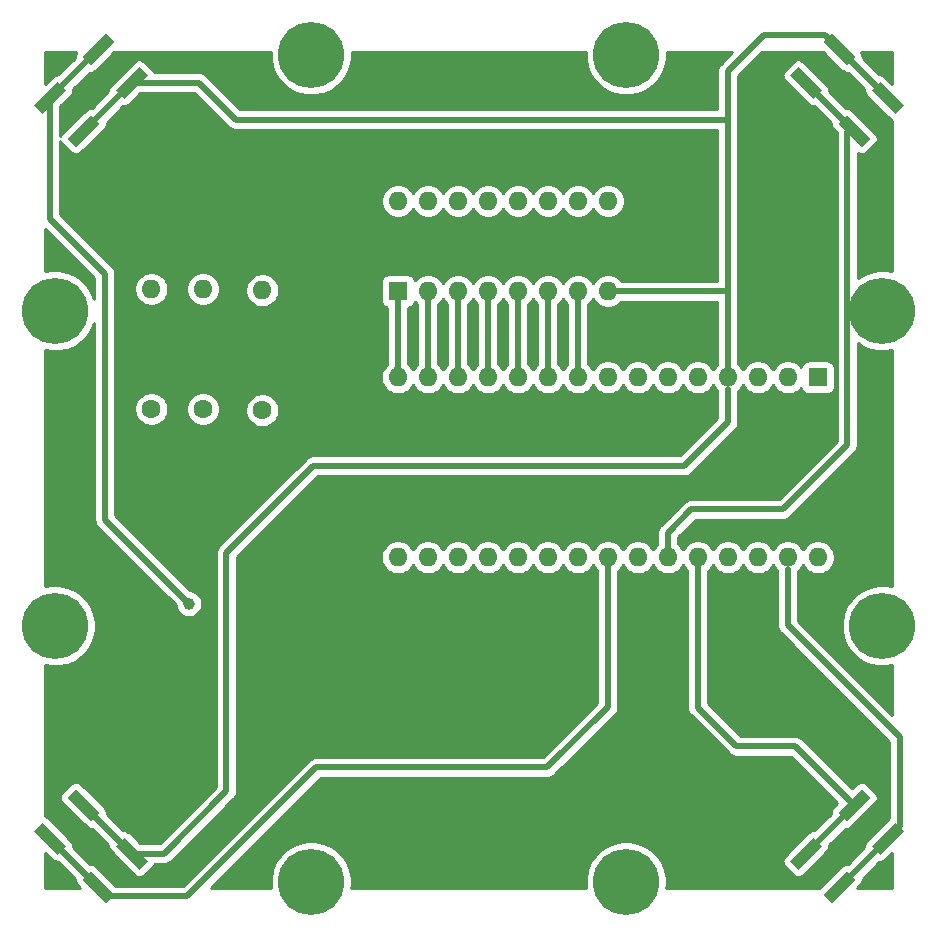
<source format=gbr>
%TF.GenerationSoftware,KiCad,Pcbnew,(5.1.6)-1*%
%TF.CreationDate,2020-07-19T23:04:13+02:00*%
%TF.ProjectId,bedlight-nucleo,6265646c-6967-4687-942d-6e75636c656f,rev?*%
%TF.SameCoordinates,Original*%
%TF.FileFunction,Copper,L1,Top*%
%TF.FilePolarity,Positive*%
%FSLAX46Y46*%
G04 Gerber Fmt 4.6, Leading zero omitted, Abs format (unit mm)*
G04 Created by KiCad (PCBNEW (5.1.6)-1) date 2020-07-19 23:04:13*
%MOMM*%
%LPD*%
G01*
G04 APERTURE LIST*
%TA.AperFunction,ComponentPad*%
%ADD10C,5.600000*%
%TD*%
%TA.AperFunction,ComponentPad*%
%ADD11O,1.600000X1.600000*%
%TD*%
%TA.AperFunction,ComponentPad*%
%ADD12R,1.600000X1.600000*%
%TD*%
%TA.AperFunction,SMDPad,CuDef*%
%ADD13C,0.100000*%
%TD*%
%TA.AperFunction,ComponentPad*%
%ADD14C,1.600000*%
%TD*%
%TA.AperFunction,ViaPad*%
%ADD15C,1.000000*%
%TD*%
%TA.AperFunction,Conductor*%
%ADD16C,0.508000*%
%TD*%
%TA.AperFunction,NonConductor*%
%ADD17C,0.254000*%
%TD*%
G04 APERTURE END LIST*
D10*
%TO.P,H8,1*%
%TO.N,N/C*%
X177333333Y-147333334D03*
%TD*%
%TO.P,H7,1*%
%TO.N,N/C*%
X199000000Y-99000000D03*
%TD*%
%TO.P,H6,1*%
%TO.N,N/C*%
X150666666Y-147333334D03*
%TD*%
%TO.P,H5,1*%
%TO.N,N/C*%
X199000000Y-125666667D03*
%TD*%
%TO.P,H4,1*%
%TO.N,N/C*%
X129000000Y-125666667D03*
%TD*%
%TO.P,H3,1*%
%TO.N,N/C*%
X150666666Y-77333334D03*
%TD*%
%TO.P,H2,1*%
%TO.N,N/C*%
X129000000Y-99000000D03*
%TD*%
%TO.P,H1,1*%
%TO.N,N/C*%
X177333333Y-77333334D03*
%TD*%
D11*
%TO.P,U1,16*%
%TO.N,Net-(U1-Pad16)*%
X157988000Y-119888000D03*
%TO.P,U1,15*%
%TO.N,/LED_BLUE*%
X157988000Y-104648000D03*
%TO.P,U1,30*%
%TO.N,Net-(U1-Pad30)*%
X193548000Y-119888000D03*
%TO.P,U1,14*%
%TO.N,/LED_GREEN*%
X160528000Y-104648000D03*
%TO.P,U1,29*%
%TO.N,GND*%
X191008000Y-119888000D03*
%TO.P,U1,13*%
%TO.N,/LED_RED*%
X163068000Y-104648000D03*
%TO.P,U1,28*%
%TO.N,Net-(U1-Pad28)*%
X188468000Y-119888000D03*
%TO.P,U1,12*%
%TO.N,/OUT1*%
X165608000Y-104648000D03*
%TO.P,U1,27*%
%TO.N,+5V*%
X185928000Y-119888000D03*
%TO.P,U1,11*%
%TO.N,/OUT2*%
X168148000Y-104648000D03*
%TO.P,U1,26*%
%TO.N,/BUTTON4*%
X183388000Y-119888000D03*
%TO.P,U1,10*%
%TO.N,/OUT3*%
X170688000Y-104648000D03*
%TO.P,U1,25*%
%TO.N,/BUTTON3*%
X180848000Y-119888000D03*
%TO.P,U1,9*%
%TO.N,/OUT4*%
X173228000Y-104648000D03*
%TO.P,U1,24*%
%TO.N,/BUTTON2*%
X178308000Y-119888000D03*
%TO.P,U1,8*%
%TO.N,Net-(U1-Pad8)*%
X175768000Y-104648000D03*
%TO.P,U1,23*%
%TO.N,/BUTTON1*%
X175768000Y-119888000D03*
%TO.P,U1,7*%
%TO.N,Net-(U1-Pad7)*%
X178308000Y-104648000D03*
%TO.P,U1,22*%
%TO.N,Net-(U1-Pad22)*%
X173228000Y-119888000D03*
%TO.P,U1,6*%
%TO.N,Net-(U1-Pad6)*%
X180848000Y-104648000D03*
%TO.P,U1,21*%
%TO.N,Net-(U1-Pad21)*%
X170688000Y-119888000D03*
%TO.P,U1,5*%
%TO.N,Net-(U1-Pad5)*%
X183388000Y-104648000D03*
%TO.P,U1,20*%
%TO.N,Net-(U1-Pad20)*%
X168148000Y-119888000D03*
%TO.P,U1,4*%
%TO.N,GND*%
X185928000Y-104648000D03*
%TO.P,U1,19*%
%TO.N,Net-(U1-Pad19)*%
X165608000Y-119888000D03*
%TO.P,U1,3*%
%TO.N,Net-(U1-Pad3)*%
X188468000Y-104648000D03*
%TO.P,U1,18*%
%TO.N,Net-(U1-Pad18)*%
X163068000Y-119888000D03*
%TO.P,U1,2*%
%TO.N,Net-(U1-Pad2)*%
X191008000Y-104648000D03*
%TO.P,U1,17*%
%TO.N,Net-(U1-Pad17)*%
X160528000Y-119888000D03*
D12*
%TO.P,U1,1*%
%TO.N,Net-(U1-Pad1)*%
X193548000Y-104648000D03*
%TD*%
D11*
%TO.P,U2,16*%
%TO.N,Net-(R1-Pad2)*%
X158000000Y-89713334D03*
%TO.P,U2,8*%
%TO.N,GND*%
X175780000Y-97333334D03*
%TO.P,U2,15*%
%TO.N,Net-(R2-Pad2)*%
X160540000Y-89713334D03*
%TO.P,U2,7*%
%TO.N,/OUT4*%
X173240000Y-97333334D03*
%TO.P,U2,14*%
%TO.N,Net-(R3-Pad2)*%
X163080000Y-89713334D03*
%TO.P,U2,6*%
%TO.N,/OUT3*%
X170700000Y-97333334D03*
%TO.P,U2,13*%
%TO.N,Net-(U2-Pad13)*%
X165620000Y-89713334D03*
%TO.P,U2,5*%
%TO.N,/OUT2*%
X168160000Y-97333334D03*
%TO.P,U2,12*%
%TO.N,Net-(U2-Pad12)*%
X168160000Y-89713334D03*
%TO.P,U2,4*%
%TO.N,/OUT1*%
X165620000Y-97333334D03*
%TO.P,U2,11*%
%TO.N,Net-(U2-Pad11)*%
X170700000Y-89713334D03*
%TO.P,U2,3*%
%TO.N,/LED_RED*%
X163080000Y-97333334D03*
%TO.P,U2,10*%
%TO.N,Net-(U2-Pad10)*%
X173240000Y-89713334D03*
%TO.P,U2,2*%
%TO.N,/LED_GREEN*%
X160540000Y-97333334D03*
%TO.P,U2,9*%
%TO.N,Net-(U2-Pad9)*%
X175780000Y-89713334D03*
D12*
%TO.P,U2,1*%
%TO.N,/LED_BLUE*%
X158000000Y-97333334D03*
%TD*%
%TA.AperFunction,SMDPad,CuDef*%
D13*
%TO.P,SW4,2*%
%TO.N,GND*%
G36*
X198828427Y-145040441D02*
G01*
X198121320Y-144333334D01*
X200101219Y-142353435D01*
X200808326Y-143060542D01*
X198828427Y-145040441D01*
G37*
%TD.AperFunction*%
%TA.AperFunction,SMDPad,CuDef*%
G36*
X194727208Y-149141660D02*
G01*
X194020101Y-148434553D01*
X196000000Y-146454654D01*
X196707107Y-147161761D01*
X194727208Y-149141660D01*
G37*
%TD.AperFunction*%
%TA.AperFunction,SMDPad,CuDef*%
%TO.P,SW4,1*%
%TO.N,/BUTTON4*%
G36*
X196000000Y-142212014D02*
G01*
X195292893Y-141504907D01*
X197272792Y-139525008D01*
X197979899Y-140232115D01*
X196000000Y-142212014D01*
G37*
%TD.AperFunction*%
%TA.AperFunction,SMDPad,CuDef*%
G36*
X191898781Y-146313233D02*
G01*
X191191674Y-145606126D01*
X193171573Y-143626227D01*
X193878680Y-144333334D01*
X191898781Y-146313233D01*
G37*
%TD.AperFunction*%
%TD*%
%TA.AperFunction,SMDPad,CuDef*%
%TO.P,SW3,2*%
%TO.N,GND*%
G36*
X196707107Y-77504907D02*
G01*
X196000000Y-78212014D01*
X194020101Y-76232115D01*
X194727208Y-75525008D01*
X196707107Y-77504907D01*
G37*
%TD.AperFunction*%
%TA.AperFunction,SMDPad,CuDef*%
G36*
X200808326Y-81606126D02*
G01*
X200101219Y-82313233D01*
X198121320Y-80333334D01*
X198828427Y-79626227D01*
X200808326Y-81606126D01*
G37*
%TD.AperFunction*%
%TA.AperFunction,SMDPad,CuDef*%
%TO.P,SW3,1*%
%TO.N,/BUTTON3*%
G36*
X193878680Y-80333334D02*
G01*
X193171573Y-81040441D01*
X191191674Y-79060542D01*
X191898781Y-78353435D01*
X193878680Y-80333334D01*
G37*
%TD.AperFunction*%
%TA.AperFunction,SMDPad,CuDef*%
G36*
X197979899Y-84434553D02*
G01*
X197272792Y-85141660D01*
X195292893Y-83161761D01*
X196000000Y-82454654D01*
X197979899Y-84434553D01*
G37*
%TD.AperFunction*%
%TD*%
%TA.AperFunction,SMDPad,CuDef*%
%TO.P,SW2,2*%
%TO.N,GND*%
G36*
X134828427Y-81040441D02*
G01*
X134121320Y-80333334D01*
X136101219Y-78353435D01*
X136808326Y-79060542D01*
X134828427Y-81040441D01*
G37*
%TD.AperFunction*%
%TA.AperFunction,SMDPad,CuDef*%
G36*
X130727208Y-85141660D02*
G01*
X130020101Y-84434553D01*
X132000000Y-82454654D01*
X132707107Y-83161761D01*
X130727208Y-85141660D01*
G37*
%TD.AperFunction*%
%TA.AperFunction,SMDPad,CuDef*%
%TO.P,SW2,1*%
%TO.N,/BUTTON2*%
G36*
X132000000Y-78212014D02*
G01*
X131292893Y-77504907D01*
X133272792Y-75525008D01*
X133979899Y-76232115D01*
X132000000Y-78212014D01*
G37*
%TD.AperFunction*%
%TA.AperFunction,SMDPad,CuDef*%
G36*
X127898781Y-82313233D02*
G01*
X127191674Y-81606126D01*
X129171573Y-79626227D01*
X129878680Y-80333334D01*
X127898781Y-82313233D01*
G37*
%TD.AperFunction*%
%TD*%
%TA.AperFunction,SMDPad,CuDef*%
%TO.P,SW1,2*%
%TO.N,GND*%
G36*
X132707107Y-141504907D02*
G01*
X132000000Y-142212014D01*
X130020101Y-140232115D01*
X130727208Y-139525008D01*
X132707107Y-141504907D01*
G37*
%TD.AperFunction*%
%TA.AperFunction,SMDPad,CuDef*%
G36*
X136808326Y-145606126D02*
G01*
X136101219Y-146313233D01*
X134121320Y-144333334D01*
X134828427Y-143626227D01*
X136808326Y-145606126D01*
G37*
%TD.AperFunction*%
%TA.AperFunction,SMDPad,CuDef*%
%TO.P,SW1,1*%
%TO.N,/BUTTON1*%
G36*
X129878680Y-144333334D02*
G01*
X129171573Y-145040441D01*
X127191674Y-143060542D01*
X127898781Y-142353435D01*
X129878680Y-144333334D01*
G37*
%TD.AperFunction*%
%TA.AperFunction,SMDPad,CuDef*%
G36*
X133979899Y-148434553D02*
G01*
X133272792Y-149141660D01*
X131292893Y-147161761D01*
X132000000Y-146454654D01*
X133979899Y-148434553D01*
G37*
%TD.AperFunction*%
%TD*%
D11*
%TO.P,R3,2*%
%TO.N,Net-(R3-Pad2)*%
X146526000Y-97272334D03*
D14*
%TO.P,R3,1*%
%TO.N,Net-(D1-Pad3)*%
X146526000Y-107432334D03*
%TD*%
D11*
%TO.P,R2,2*%
%TO.N,Net-(R2-Pad2)*%
X141494000Y-97173334D03*
D14*
%TO.P,R2,1*%
%TO.N,Net-(D1-Pad2)*%
X141494000Y-107333334D03*
%TD*%
D11*
%TO.P,R1,2*%
%TO.N,Net-(R1-Pad2)*%
X137128000Y-97145334D03*
D14*
%TO.P,R1,1*%
%TO.N,Net-(D1-Pad1)*%
X137128000Y-107305334D03*
%TD*%
D15*
%TO.N,/BUTTON2*%
X140303000Y-123815334D03*
%TD*%
D16*
%TO.N,GND*%
X175780000Y-97333334D02*
X185772000Y-97333334D01*
X185772000Y-97333334D02*
X185928000Y-97177334D01*
X185928000Y-97177334D02*
X185928000Y-103810063D01*
X135464823Y-79696938D02*
X141142604Y-79696938D01*
X141142604Y-79696938D02*
X144272000Y-82826334D01*
X144272000Y-82826334D02*
X185928000Y-82826334D01*
X185928000Y-82826334D02*
X185928000Y-97177334D01*
X143478000Y-139690334D02*
X143478000Y-119497334D01*
X143478000Y-119497334D02*
X150844000Y-112131334D01*
X150844000Y-112131334D02*
X182213000Y-112131334D01*
X185928000Y-108416334D02*
X185928000Y-105616766D01*
X182213000Y-112131334D02*
X185928000Y-108416334D01*
X199464823Y-143696938D02*
X199464823Y-143647511D01*
X199464823Y-143647511D02*
X200501000Y-142611334D01*
X200501000Y-142611334D02*
X200501000Y-135118334D01*
X191008000Y-125625334D02*
X191008000Y-120856766D01*
X200501000Y-135118334D02*
X191008000Y-125625334D01*
X135464823Y-79696938D02*
X131363604Y-83798157D01*
X194187093Y-75692000D02*
X195363604Y-76868511D01*
X188976000Y-75692000D02*
X194187093Y-75692000D01*
X185928000Y-82826334D02*
X185928000Y-78740000D01*
X185928000Y-78740000D02*
X188976000Y-75692000D01*
X195363604Y-76868511D02*
X199464823Y-80969730D01*
X199464823Y-143696938D02*
X195363604Y-147798157D01*
X131363604Y-140868511D02*
X135464823Y-144969730D01*
X138198604Y-144969730D02*
X143478000Y-139690334D01*
X135464823Y-144969730D02*
X138198604Y-144969730D01*
%TO.N,/BUTTON1*%
X128535177Y-143696938D02*
X132636396Y-147798157D01*
X132636396Y-147876396D02*
X132636396Y-147798157D01*
X133350000Y-148590000D02*
X132636396Y-147876396D01*
X170656000Y-137658334D02*
X151098000Y-137658334D01*
X175768000Y-119888000D02*
X175768000Y-132546334D01*
X151098000Y-137658334D02*
X140166334Y-148590000D01*
X175768000Y-132546334D02*
X170656000Y-137658334D01*
X140166334Y-148590000D02*
X133350000Y-148590000D01*
%TO.N,/BUTTON2*%
X128535177Y-80969730D02*
X128535177Y-91219511D01*
X128535177Y-91219511D02*
X133191000Y-95875334D01*
X133191000Y-95875334D02*
X133191000Y-101844334D01*
X133191000Y-101844334D02*
X133191000Y-116703334D01*
X133191000Y-116703334D02*
X140303000Y-123815334D01*
X132636396Y-76868511D02*
X128535177Y-80969730D01*
%TO.N,/BUTTON3*%
X192535177Y-79696938D02*
X196636396Y-83798157D01*
X196025068Y-110384266D02*
X196025068Y-83856028D01*
X190595000Y-115814334D02*
X196025068Y-110384266D01*
X182848000Y-115814334D02*
X190595000Y-115814334D01*
X180848000Y-119888000D02*
X180848000Y-117814334D01*
X180848000Y-117814334D02*
X182848000Y-115814334D01*
%TO.N,/BUTTON4*%
X196636396Y-140868511D02*
X191648219Y-135880334D01*
X191648219Y-135880334D02*
X186658000Y-135880334D01*
X186658000Y-135880334D02*
X183388000Y-132610334D01*
X196636396Y-140868511D02*
X192535177Y-144969730D01*
X183388000Y-119888000D02*
X183388000Y-121158000D01*
X183388000Y-132610334D02*
X183388000Y-121158000D01*
X183388000Y-121158000D02*
X183388000Y-120856766D01*
%TO.N,/LED_BLUE*%
X158000000Y-103740849D02*
X157930786Y-103810063D01*
X158000000Y-97333334D02*
X158000000Y-103740849D01*
X158000000Y-104636000D02*
X157988000Y-104648000D01*
X158000000Y-103740849D02*
X158000000Y-104636000D01*
%TO.N,/LED_GREEN*%
X160540000Y-104636000D02*
X160528000Y-104648000D01*
X160540000Y-97333334D02*
X160540000Y-104636000D01*
%TO.N,/LED_RED*%
X163080000Y-97333334D02*
X163080000Y-103810063D01*
X163068000Y-103822063D02*
X163080000Y-103810063D01*
X163068000Y-104648000D02*
X163068000Y-103822063D01*
%TO.N,/OUT1*%
X165620000Y-97333334D02*
X165620000Y-103810063D01*
X165608000Y-103822063D02*
X165620000Y-103810063D01*
X165608000Y-104648000D02*
X165608000Y-103822063D01*
%TO.N,/OUT2*%
X168160000Y-97333334D02*
X168160000Y-103810063D01*
X168148000Y-103822063D02*
X168160000Y-103810063D01*
X168148000Y-104648000D02*
X168148000Y-103822063D01*
%TO.N,/OUT3*%
X170700000Y-97333334D02*
X170700000Y-103810063D01*
X170688000Y-103822063D02*
X170700000Y-103810063D01*
X170688000Y-104648000D02*
X170688000Y-103822063D01*
%TO.N,/OUT4*%
X173240000Y-97333334D02*
X173240000Y-103810063D01*
X173228000Y-103822063D02*
X173240000Y-103810063D01*
X173228000Y-104648000D02*
X173228000Y-103822063D01*
%TD*%
D17*
G36*
X128720388Y-145491626D02*
G01*
X128817079Y-145570978D01*
X128927393Y-145629943D01*
X129047091Y-145666253D01*
X129171573Y-145678513D01*
X129251632Y-145670628D01*
X130662706Y-147081702D01*
X130654821Y-147161761D01*
X130667081Y-147286243D01*
X130703391Y-147405941D01*
X130762356Y-147516255D01*
X130841708Y-147612946D01*
X131101762Y-147873000D01*
X128127000Y-147873000D01*
X128127000Y-144898238D01*
X128720388Y-145491626D01*
G37*
X128720388Y-145491626D02*
X128817079Y-145570978D01*
X128927393Y-145629943D01*
X129047091Y-145666253D01*
X129171573Y-145678513D01*
X129251632Y-145670628D01*
X130662706Y-147081702D01*
X130654821Y-147161761D01*
X130667081Y-147286243D01*
X130703391Y-147405941D01*
X130762356Y-147516255D01*
X130841708Y-147612946D01*
X131101762Y-147873000D01*
X128127000Y-147873000D01*
X128127000Y-144898238D01*
X128720388Y-145491626D01*
G36*
X199873000Y-147873000D02*
G01*
X196898238Y-147873000D01*
X197158292Y-147612946D01*
X197237644Y-147516255D01*
X197296609Y-147405941D01*
X197332919Y-147286243D01*
X197345179Y-147161761D01*
X197337294Y-147081702D01*
X198748368Y-145670628D01*
X198828427Y-145678513D01*
X198952909Y-145666253D01*
X199072607Y-145629943D01*
X199182921Y-145570978D01*
X199279612Y-145491626D01*
X199873000Y-144898238D01*
X199873000Y-147873000D01*
G37*
X199873000Y-147873000D02*
X196898238Y-147873000D01*
X197158292Y-147612946D01*
X197237644Y-147516255D01*
X197296609Y-147405941D01*
X197332919Y-147286243D01*
X197345179Y-147161761D01*
X197337294Y-147081702D01*
X198748368Y-145670628D01*
X198828427Y-145678513D01*
X198952909Y-145666253D01*
X199072607Y-145629943D01*
X199182921Y-145570978D01*
X199279612Y-145491626D01*
X199873000Y-144898238D01*
X199873000Y-147873000D01*
G36*
X189893363Y-120802759D02*
G01*
X190093241Y-121002637D01*
X190119001Y-121019849D01*
X190119000Y-125581674D01*
X190114700Y-125625334D01*
X190119000Y-125668994D01*
X190119000Y-125669000D01*
X190131864Y-125799607D01*
X190182697Y-125967184D01*
X190265247Y-126121624D01*
X190376341Y-126256993D01*
X190410264Y-126284833D01*
X199612001Y-135486570D01*
X199612000Y-141940284D01*
X197670135Y-143882149D01*
X197590783Y-143978840D01*
X197531818Y-144089154D01*
X197495508Y-144208852D01*
X197483248Y-144333334D01*
X197491133Y-144413393D01*
X196080059Y-145824467D01*
X196000000Y-145816582D01*
X195875518Y-145828842D01*
X195755820Y-145865152D01*
X195645506Y-145924117D01*
X195548815Y-146003469D01*
X193679284Y-147873000D01*
X180728282Y-147873000D01*
X180768333Y-147671652D01*
X180768333Y-146995016D01*
X180636327Y-146331382D01*
X180377390Y-145706252D01*
X180001471Y-145143649D01*
X179523018Y-144665196D01*
X178960415Y-144289277D01*
X178335285Y-144030340D01*
X177671651Y-143898334D01*
X176995015Y-143898334D01*
X176331381Y-144030340D01*
X175706251Y-144289277D01*
X175143648Y-144665196D01*
X174665195Y-145143649D01*
X174289276Y-145706252D01*
X174030339Y-146331382D01*
X173898333Y-146995016D01*
X173898333Y-147671652D01*
X173938384Y-147873000D01*
X154061615Y-147873000D01*
X154101666Y-147671652D01*
X154101666Y-146995016D01*
X153969660Y-146331382D01*
X153710723Y-145706252D01*
X153334804Y-145143649D01*
X152856351Y-144665196D01*
X152293748Y-144289277D01*
X151668618Y-144030340D01*
X151004984Y-143898334D01*
X150328348Y-143898334D01*
X149664714Y-144030340D01*
X149039584Y-144289277D01*
X148476981Y-144665196D01*
X147998528Y-145143649D01*
X147622609Y-145706252D01*
X147363672Y-146331382D01*
X147231666Y-146995016D01*
X147231666Y-147671652D01*
X147271717Y-147873000D01*
X142140569Y-147873000D01*
X151466235Y-138547334D01*
X170612340Y-138547334D01*
X170656000Y-138551634D01*
X170699660Y-138547334D01*
X170699667Y-138547334D01*
X170830274Y-138534470D01*
X170997851Y-138483637D01*
X171152291Y-138401087D01*
X171287659Y-138289993D01*
X171315499Y-138256070D01*
X176365742Y-133205828D01*
X176399659Y-133177993D01*
X176510753Y-133042625D01*
X176593303Y-132888185D01*
X176644136Y-132720608D01*
X176657000Y-132590001D01*
X176657000Y-132589994D01*
X176661300Y-132546334D01*
X176657000Y-132502674D01*
X176657000Y-121019849D01*
X176682759Y-121002637D01*
X176882637Y-120802759D01*
X177038000Y-120570241D01*
X177193363Y-120802759D01*
X177393241Y-121002637D01*
X177628273Y-121159680D01*
X177889426Y-121267853D01*
X178166665Y-121323000D01*
X178449335Y-121323000D01*
X178726574Y-121267853D01*
X178987727Y-121159680D01*
X179222759Y-121002637D01*
X179422637Y-120802759D01*
X179578000Y-120570241D01*
X179733363Y-120802759D01*
X179933241Y-121002637D01*
X180168273Y-121159680D01*
X180429426Y-121267853D01*
X180706665Y-121323000D01*
X180989335Y-121323000D01*
X181266574Y-121267853D01*
X181527727Y-121159680D01*
X181762759Y-121002637D01*
X181962637Y-120802759D01*
X182118000Y-120570241D01*
X182273363Y-120802759D01*
X182473241Y-121002637D01*
X182499000Y-121019849D01*
X182499000Y-121201666D01*
X182499001Y-121201676D01*
X182499000Y-132566674D01*
X182494700Y-132610334D01*
X182499000Y-132653994D01*
X182499000Y-132654000D01*
X182511864Y-132784607D01*
X182562697Y-132952184D01*
X182645247Y-133106624D01*
X182756341Y-133241993D01*
X182790264Y-133269833D01*
X185998501Y-136478070D01*
X186026341Y-136511993D01*
X186161709Y-136623087D01*
X186316149Y-136705637D01*
X186382058Y-136725630D01*
X186483724Y-136756470D01*
X186516924Y-136759740D01*
X186614333Y-136769334D01*
X186614339Y-136769334D01*
X186657999Y-136773634D01*
X186701659Y-136769334D01*
X191279984Y-136769334D01*
X195203040Y-140692390D01*
X194841708Y-141053722D01*
X194762356Y-141150413D01*
X194703391Y-141260727D01*
X194667081Y-141380425D01*
X194654821Y-141504907D01*
X194662706Y-141584966D01*
X193251632Y-142996040D01*
X193171573Y-142988155D01*
X193047091Y-143000415D01*
X192927393Y-143036725D01*
X192817079Y-143095690D01*
X192720388Y-143175042D01*
X190740489Y-145154941D01*
X190661137Y-145251632D01*
X190602172Y-145361946D01*
X190565862Y-145481644D01*
X190553602Y-145606126D01*
X190565862Y-145730608D01*
X190602172Y-145850306D01*
X190661137Y-145960620D01*
X190740489Y-146057311D01*
X191447596Y-146764418D01*
X191544287Y-146843770D01*
X191654601Y-146902735D01*
X191774299Y-146939045D01*
X191898781Y-146951305D01*
X192023263Y-146939045D01*
X192142961Y-146902735D01*
X192253275Y-146843770D01*
X192349966Y-146764418D01*
X194329865Y-144784519D01*
X194409217Y-144687828D01*
X194468182Y-144577514D01*
X194504492Y-144457816D01*
X194516752Y-144333334D01*
X194508867Y-144253275D01*
X195919941Y-142842201D01*
X196000000Y-142850086D01*
X196124482Y-142837826D01*
X196244180Y-142801516D01*
X196354494Y-142742551D01*
X196451185Y-142663199D01*
X198431084Y-140683300D01*
X198510436Y-140586609D01*
X198569401Y-140476295D01*
X198605711Y-140356597D01*
X198617971Y-140232115D01*
X198605711Y-140107633D01*
X198569401Y-139987935D01*
X198510436Y-139877621D01*
X198431084Y-139780930D01*
X197723977Y-139073823D01*
X197627286Y-138994471D01*
X197516972Y-138935506D01*
X197397274Y-138899196D01*
X197272792Y-138886936D01*
X197148310Y-138899196D01*
X197028612Y-138935506D01*
X196918298Y-138994471D01*
X196821607Y-139073823D01*
X196460275Y-139435155D01*
X192307718Y-135282598D01*
X192279878Y-135248675D01*
X192144510Y-135137581D01*
X191990070Y-135055031D01*
X191822493Y-135004198D01*
X191691886Y-134991334D01*
X191691879Y-134991334D01*
X191648219Y-134987034D01*
X191604559Y-134991334D01*
X187026235Y-134991334D01*
X184277000Y-132242099D01*
X184277000Y-121019849D01*
X184302759Y-121002637D01*
X184502637Y-120802759D01*
X184658000Y-120570241D01*
X184813363Y-120802759D01*
X185013241Y-121002637D01*
X185248273Y-121159680D01*
X185509426Y-121267853D01*
X185786665Y-121323000D01*
X186069335Y-121323000D01*
X186346574Y-121267853D01*
X186607727Y-121159680D01*
X186842759Y-121002637D01*
X187042637Y-120802759D01*
X187198000Y-120570241D01*
X187353363Y-120802759D01*
X187553241Y-121002637D01*
X187788273Y-121159680D01*
X188049426Y-121267853D01*
X188326665Y-121323000D01*
X188609335Y-121323000D01*
X188886574Y-121267853D01*
X189147727Y-121159680D01*
X189382759Y-121002637D01*
X189582637Y-120802759D01*
X189738000Y-120570241D01*
X189893363Y-120802759D01*
G37*
X189893363Y-120802759D02*
X190093241Y-121002637D01*
X190119001Y-121019849D01*
X190119000Y-125581674D01*
X190114700Y-125625334D01*
X190119000Y-125668994D01*
X190119000Y-125669000D01*
X190131864Y-125799607D01*
X190182697Y-125967184D01*
X190265247Y-126121624D01*
X190376341Y-126256993D01*
X190410264Y-126284833D01*
X199612001Y-135486570D01*
X199612000Y-141940284D01*
X197670135Y-143882149D01*
X197590783Y-143978840D01*
X197531818Y-144089154D01*
X197495508Y-144208852D01*
X197483248Y-144333334D01*
X197491133Y-144413393D01*
X196080059Y-145824467D01*
X196000000Y-145816582D01*
X195875518Y-145828842D01*
X195755820Y-145865152D01*
X195645506Y-145924117D01*
X195548815Y-146003469D01*
X193679284Y-147873000D01*
X180728282Y-147873000D01*
X180768333Y-147671652D01*
X180768333Y-146995016D01*
X180636327Y-146331382D01*
X180377390Y-145706252D01*
X180001471Y-145143649D01*
X179523018Y-144665196D01*
X178960415Y-144289277D01*
X178335285Y-144030340D01*
X177671651Y-143898334D01*
X176995015Y-143898334D01*
X176331381Y-144030340D01*
X175706251Y-144289277D01*
X175143648Y-144665196D01*
X174665195Y-145143649D01*
X174289276Y-145706252D01*
X174030339Y-146331382D01*
X173898333Y-146995016D01*
X173898333Y-147671652D01*
X173938384Y-147873000D01*
X154061615Y-147873000D01*
X154101666Y-147671652D01*
X154101666Y-146995016D01*
X153969660Y-146331382D01*
X153710723Y-145706252D01*
X153334804Y-145143649D01*
X152856351Y-144665196D01*
X152293748Y-144289277D01*
X151668618Y-144030340D01*
X151004984Y-143898334D01*
X150328348Y-143898334D01*
X149664714Y-144030340D01*
X149039584Y-144289277D01*
X148476981Y-144665196D01*
X147998528Y-145143649D01*
X147622609Y-145706252D01*
X147363672Y-146331382D01*
X147231666Y-146995016D01*
X147231666Y-147671652D01*
X147271717Y-147873000D01*
X142140569Y-147873000D01*
X151466235Y-138547334D01*
X170612340Y-138547334D01*
X170656000Y-138551634D01*
X170699660Y-138547334D01*
X170699667Y-138547334D01*
X170830274Y-138534470D01*
X170997851Y-138483637D01*
X171152291Y-138401087D01*
X171287659Y-138289993D01*
X171315499Y-138256070D01*
X176365742Y-133205828D01*
X176399659Y-133177993D01*
X176510753Y-133042625D01*
X176593303Y-132888185D01*
X176644136Y-132720608D01*
X176657000Y-132590001D01*
X176657000Y-132589994D01*
X176661300Y-132546334D01*
X176657000Y-132502674D01*
X176657000Y-121019849D01*
X176682759Y-121002637D01*
X176882637Y-120802759D01*
X177038000Y-120570241D01*
X177193363Y-120802759D01*
X177393241Y-121002637D01*
X177628273Y-121159680D01*
X177889426Y-121267853D01*
X178166665Y-121323000D01*
X178449335Y-121323000D01*
X178726574Y-121267853D01*
X178987727Y-121159680D01*
X179222759Y-121002637D01*
X179422637Y-120802759D01*
X179578000Y-120570241D01*
X179733363Y-120802759D01*
X179933241Y-121002637D01*
X180168273Y-121159680D01*
X180429426Y-121267853D01*
X180706665Y-121323000D01*
X180989335Y-121323000D01*
X181266574Y-121267853D01*
X181527727Y-121159680D01*
X181762759Y-121002637D01*
X181962637Y-120802759D01*
X182118000Y-120570241D01*
X182273363Y-120802759D01*
X182473241Y-121002637D01*
X182499000Y-121019849D01*
X182499000Y-121201666D01*
X182499001Y-121201676D01*
X182499000Y-132566674D01*
X182494700Y-132610334D01*
X182499000Y-132653994D01*
X182499000Y-132654000D01*
X182511864Y-132784607D01*
X182562697Y-132952184D01*
X182645247Y-133106624D01*
X182756341Y-133241993D01*
X182790264Y-133269833D01*
X185998501Y-136478070D01*
X186026341Y-136511993D01*
X186161709Y-136623087D01*
X186316149Y-136705637D01*
X186382058Y-136725630D01*
X186483724Y-136756470D01*
X186516924Y-136759740D01*
X186614333Y-136769334D01*
X186614339Y-136769334D01*
X186657999Y-136773634D01*
X186701659Y-136769334D01*
X191279984Y-136769334D01*
X195203040Y-140692390D01*
X194841708Y-141053722D01*
X194762356Y-141150413D01*
X194703391Y-141260727D01*
X194667081Y-141380425D01*
X194654821Y-141504907D01*
X194662706Y-141584966D01*
X193251632Y-142996040D01*
X193171573Y-142988155D01*
X193047091Y-143000415D01*
X192927393Y-143036725D01*
X192817079Y-143095690D01*
X192720388Y-143175042D01*
X190740489Y-145154941D01*
X190661137Y-145251632D01*
X190602172Y-145361946D01*
X190565862Y-145481644D01*
X190553602Y-145606126D01*
X190565862Y-145730608D01*
X190602172Y-145850306D01*
X190661137Y-145960620D01*
X190740489Y-146057311D01*
X191447596Y-146764418D01*
X191544287Y-146843770D01*
X191654601Y-146902735D01*
X191774299Y-146939045D01*
X191898781Y-146951305D01*
X192023263Y-146939045D01*
X192142961Y-146902735D01*
X192253275Y-146843770D01*
X192349966Y-146764418D01*
X194329865Y-144784519D01*
X194409217Y-144687828D01*
X194468182Y-144577514D01*
X194504492Y-144457816D01*
X194516752Y-144333334D01*
X194508867Y-144253275D01*
X195919941Y-142842201D01*
X196000000Y-142850086D01*
X196124482Y-142837826D01*
X196244180Y-142801516D01*
X196354494Y-142742551D01*
X196451185Y-142663199D01*
X198431084Y-140683300D01*
X198510436Y-140586609D01*
X198569401Y-140476295D01*
X198605711Y-140356597D01*
X198617971Y-140232115D01*
X198605711Y-140107633D01*
X198569401Y-139987935D01*
X198510436Y-139877621D01*
X198431084Y-139780930D01*
X197723977Y-139073823D01*
X197627286Y-138994471D01*
X197516972Y-138935506D01*
X197397274Y-138899196D01*
X197272792Y-138886936D01*
X197148310Y-138899196D01*
X197028612Y-138935506D01*
X196918298Y-138994471D01*
X196821607Y-139073823D01*
X196460275Y-139435155D01*
X192307718Y-135282598D01*
X192279878Y-135248675D01*
X192144510Y-135137581D01*
X191990070Y-135055031D01*
X191822493Y-135004198D01*
X191691886Y-134991334D01*
X191691879Y-134991334D01*
X191648219Y-134987034D01*
X191604559Y-134991334D01*
X187026235Y-134991334D01*
X184277000Y-132242099D01*
X184277000Y-121019849D01*
X184302759Y-121002637D01*
X184502637Y-120802759D01*
X184658000Y-120570241D01*
X184813363Y-120802759D01*
X185013241Y-121002637D01*
X185248273Y-121159680D01*
X185509426Y-121267853D01*
X185786665Y-121323000D01*
X186069335Y-121323000D01*
X186346574Y-121267853D01*
X186607727Y-121159680D01*
X186842759Y-121002637D01*
X187042637Y-120802759D01*
X187198000Y-120570241D01*
X187353363Y-120802759D01*
X187553241Y-121002637D01*
X187788273Y-121159680D01*
X188049426Y-121267853D01*
X188326665Y-121323000D01*
X188609335Y-121323000D01*
X188886574Y-121267853D01*
X189147727Y-121159680D01*
X189382759Y-121002637D01*
X189582637Y-120802759D01*
X189738000Y-120570241D01*
X189893363Y-120802759D01*
G36*
X195548815Y-78663199D02*
G01*
X195645506Y-78742551D01*
X195755820Y-78801516D01*
X195875518Y-78837826D01*
X196000000Y-78850086D01*
X196080059Y-78842201D01*
X197491133Y-80253275D01*
X197483248Y-80333334D01*
X197495508Y-80457816D01*
X197531818Y-80577514D01*
X197590783Y-80687828D01*
X197670135Y-80784519D01*
X199650034Y-82764418D01*
X199746725Y-82843770D01*
X199857039Y-82902735D01*
X199873000Y-82907577D01*
X199873000Y-95671356D01*
X199338318Y-95565000D01*
X198661682Y-95565000D01*
X197998048Y-95697006D01*
X197372918Y-95955943D01*
X196914068Y-96262537D01*
X196914068Y-85668726D01*
X196918298Y-85672197D01*
X197028612Y-85731162D01*
X197148310Y-85767472D01*
X197272792Y-85779732D01*
X197397274Y-85767472D01*
X197516972Y-85731162D01*
X197627286Y-85672197D01*
X197723977Y-85592845D01*
X198431084Y-84885738D01*
X198510436Y-84789047D01*
X198569401Y-84678733D01*
X198605711Y-84559035D01*
X198617971Y-84434553D01*
X198605711Y-84310071D01*
X198569401Y-84190373D01*
X198510436Y-84080059D01*
X198431084Y-83983368D01*
X196451185Y-82003469D01*
X196354494Y-81924117D01*
X196244180Y-81865152D01*
X196124482Y-81828842D01*
X196000000Y-81816582D01*
X195919941Y-81824467D01*
X194508867Y-80413393D01*
X194516752Y-80333334D01*
X194504492Y-80208852D01*
X194468182Y-80089154D01*
X194409217Y-79978840D01*
X194329865Y-79882149D01*
X192349966Y-77902250D01*
X192253275Y-77822898D01*
X192142961Y-77763933D01*
X192023263Y-77727623D01*
X191898781Y-77715363D01*
X191774299Y-77727623D01*
X191654601Y-77763933D01*
X191544287Y-77822898D01*
X191447596Y-77902250D01*
X190740489Y-78609357D01*
X190661137Y-78706048D01*
X190602172Y-78816362D01*
X190565862Y-78936060D01*
X190553602Y-79060542D01*
X190565862Y-79185024D01*
X190602172Y-79304722D01*
X190661137Y-79415036D01*
X190740489Y-79511727D01*
X192720388Y-81491626D01*
X192817079Y-81570978D01*
X192927393Y-81629943D01*
X193047091Y-81666253D01*
X193171573Y-81678513D01*
X193251632Y-81670628D01*
X194662706Y-83081702D01*
X194654821Y-83161761D01*
X194667081Y-83286243D01*
X194703391Y-83405941D01*
X194762356Y-83516255D01*
X194841708Y-83612946D01*
X195136069Y-83907307D01*
X195136068Y-110016030D01*
X190226765Y-114925334D01*
X182891659Y-114925334D01*
X182847999Y-114921034D01*
X182804339Y-114925334D01*
X182804333Y-114925334D01*
X182706924Y-114934928D01*
X182673724Y-114938198D01*
X182572058Y-114969038D01*
X182506149Y-114989031D01*
X182351709Y-115071581D01*
X182216341Y-115182675D01*
X182188506Y-115216592D01*
X180250259Y-117154840D01*
X180216342Y-117182675D01*
X180188507Y-117216592D01*
X180188505Y-117216594D01*
X180105248Y-117318043D01*
X180022698Y-117472482D01*
X179971864Y-117640060D01*
X179954700Y-117814334D01*
X179959001Y-117858004D01*
X179959001Y-118756151D01*
X179933241Y-118773363D01*
X179733363Y-118973241D01*
X179578000Y-119205759D01*
X179422637Y-118973241D01*
X179222759Y-118773363D01*
X178987727Y-118616320D01*
X178726574Y-118508147D01*
X178449335Y-118453000D01*
X178166665Y-118453000D01*
X177889426Y-118508147D01*
X177628273Y-118616320D01*
X177393241Y-118773363D01*
X177193363Y-118973241D01*
X177038000Y-119205759D01*
X176882637Y-118973241D01*
X176682759Y-118773363D01*
X176447727Y-118616320D01*
X176186574Y-118508147D01*
X175909335Y-118453000D01*
X175626665Y-118453000D01*
X175349426Y-118508147D01*
X175088273Y-118616320D01*
X174853241Y-118773363D01*
X174653363Y-118973241D01*
X174498000Y-119205759D01*
X174342637Y-118973241D01*
X174142759Y-118773363D01*
X173907727Y-118616320D01*
X173646574Y-118508147D01*
X173369335Y-118453000D01*
X173086665Y-118453000D01*
X172809426Y-118508147D01*
X172548273Y-118616320D01*
X172313241Y-118773363D01*
X172113363Y-118973241D01*
X171958000Y-119205759D01*
X171802637Y-118973241D01*
X171602759Y-118773363D01*
X171367727Y-118616320D01*
X171106574Y-118508147D01*
X170829335Y-118453000D01*
X170546665Y-118453000D01*
X170269426Y-118508147D01*
X170008273Y-118616320D01*
X169773241Y-118773363D01*
X169573363Y-118973241D01*
X169418000Y-119205759D01*
X169262637Y-118973241D01*
X169062759Y-118773363D01*
X168827727Y-118616320D01*
X168566574Y-118508147D01*
X168289335Y-118453000D01*
X168006665Y-118453000D01*
X167729426Y-118508147D01*
X167468273Y-118616320D01*
X167233241Y-118773363D01*
X167033363Y-118973241D01*
X166878000Y-119205759D01*
X166722637Y-118973241D01*
X166522759Y-118773363D01*
X166287727Y-118616320D01*
X166026574Y-118508147D01*
X165749335Y-118453000D01*
X165466665Y-118453000D01*
X165189426Y-118508147D01*
X164928273Y-118616320D01*
X164693241Y-118773363D01*
X164493363Y-118973241D01*
X164338000Y-119205759D01*
X164182637Y-118973241D01*
X163982759Y-118773363D01*
X163747727Y-118616320D01*
X163486574Y-118508147D01*
X163209335Y-118453000D01*
X162926665Y-118453000D01*
X162649426Y-118508147D01*
X162388273Y-118616320D01*
X162153241Y-118773363D01*
X161953363Y-118973241D01*
X161798000Y-119205759D01*
X161642637Y-118973241D01*
X161442759Y-118773363D01*
X161207727Y-118616320D01*
X160946574Y-118508147D01*
X160669335Y-118453000D01*
X160386665Y-118453000D01*
X160109426Y-118508147D01*
X159848273Y-118616320D01*
X159613241Y-118773363D01*
X159413363Y-118973241D01*
X159258000Y-119205759D01*
X159102637Y-118973241D01*
X158902759Y-118773363D01*
X158667727Y-118616320D01*
X158406574Y-118508147D01*
X158129335Y-118453000D01*
X157846665Y-118453000D01*
X157569426Y-118508147D01*
X157308273Y-118616320D01*
X157073241Y-118773363D01*
X156873363Y-118973241D01*
X156716320Y-119208273D01*
X156608147Y-119469426D01*
X156553000Y-119746665D01*
X156553000Y-120029335D01*
X156608147Y-120306574D01*
X156716320Y-120567727D01*
X156873363Y-120802759D01*
X157073241Y-121002637D01*
X157308273Y-121159680D01*
X157569426Y-121267853D01*
X157846665Y-121323000D01*
X158129335Y-121323000D01*
X158406574Y-121267853D01*
X158667727Y-121159680D01*
X158902759Y-121002637D01*
X159102637Y-120802759D01*
X159258000Y-120570241D01*
X159413363Y-120802759D01*
X159613241Y-121002637D01*
X159848273Y-121159680D01*
X160109426Y-121267853D01*
X160386665Y-121323000D01*
X160669335Y-121323000D01*
X160946574Y-121267853D01*
X161207727Y-121159680D01*
X161442759Y-121002637D01*
X161642637Y-120802759D01*
X161798000Y-120570241D01*
X161953363Y-120802759D01*
X162153241Y-121002637D01*
X162388273Y-121159680D01*
X162649426Y-121267853D01*
X162926665Y-121323000D01*
X163209335Y-121323000D01*
X163486574Y-121267853D01*
X163747727Y-121159680D01*
X163982759Y-121002637D01*
X164182637Y-120802759D01*
X164338000Y-120570241D01*
X164493363Y-120802759D01*
X164693241Y-121002637D01*
X164928273Y-121159680D01*
X165189426Y-121267853D01*
X165466665Y-121323000D01*
X165749335Y-121323000D01*
X166026574Y-121267853D01*
X166287727Y-121159680D01*
X166522759Y-121002637D01*
X166722637Y-120802759D01*
X166878000Y-120570241D01*
X167033363Y-120802759D01*
X167233241Y-121002637D01*
X167468273Y-121159680D01*
X167729426Y-121267853D01*
X168006665Y-121323000D01*
X168289335Y-121323000D01*
X168566574Y-121267853D01*
X168827727Y-121159680D01*
X169062759Y-121002637D01*
X169262637Y-120802759D01*
X169418000Y-120570241D01*
X169573363Y-120802759D01*
X169773241Y-121002637D01*
X170008273Y-121159680D01*
X170269426Y-121267853D01*
X170546665Y-121323000D01*
X170829335Y-121323000D01*
X171106574Y-121267853D01*
X171367727Y-121159680D01*
X171602759Y-121002637D01*
X171802637Y-120802759D01*
X171958000Y-120570241D01*
X172113363Y-120802759D01*
X172313241Y-121002637D01*
X172548273Y-121159680D01*
X172809426Y-121267853D01*
X173086665Y-121323000D01*
X173369335Y-121323000D01*
X173646574Y-121267853D01*
X173907727Y-121159680D01*
X174142759Y-121002637D01*
X174342637Y-120802759D01*
X174498000Y-120570241D01*
X174653363Y-120802759D01*
X174853241Y-121002637D01*
X174879000Y-121019849D01*
X174879001Y-132178097D01*
X170287765Y-136769334D01*
X151141659Y-136769334D01*
X151097999Y-136765034D01*
X151054339Y-136769334D01*
X151054333Y-136769334D01*
X150956924Y-136778928D01*
X150923724Y-136782198D01*
X150822058Y-136813038D01*
X150756149Y-136833031D01*
X150601709Y-136915581D01*
X150466341Y-137026675D01*
X150438501Y-137060598D01*
X139798099Y-147701000D01*
X134148716Y-147701000D01*
X132451185Y-146003469D01*
X132354494Y-145924117D01*
X132244180Y-145865152D01*
X132124482Y-145828842D01*
X132000000Y-145816582D01*
X131919941Y-145824467D01*
X130508867Y-144413393D01*
X130516752Y-144333334D01*
X130504492Y-144208852D01*
X130468182Y-144089154D01*
X130409217Y-143978840D01*
X130329865Y-143882149D01*
X128349966Y-141902250D01*
X128253275Y-141822898D01*
X128142961Y-141763933D01*
X128127000Y-141759091D01*
X128127000Y-128995311D01*
X128661682Y-129101667D01*
X129338318Y-129101667D01*
X130001952Y-128969661D01*
X130627082Y-128710724D01*
X131189685Y-128334805D01*
X131668138Y-127856352D01*
X132044057Y-127293749D01*
X132302994Y-126668619D01*
X132435000Y-126004985D01*
X132435000Y-125328349D01*
X132302994Y-124664715D01*
X132044057Y-124039585D01*
X131668138Y-123476982D01*
X131189685Y-122998529D01*
X130627082Y-122622610D01*
X130001952Y-122363673D01*
X129338318Y-122231667D01*
X128661682Y-122231667D01*
X128127000Y-122338023D01*
X128127000Y-102328644D01*
X128661682Y-102435000D01*
X129338318Y-102435000D01*
X130001952Y-102302994D01*
X130627082Y-102044057D01*
X131189685Y-101668138D01*
X131668138Y-101189685D01*
X132044057Y-100627082D01*
X132302001Y-100004350D01*
X132302001Y-101800658D01*
X132302000Y-101800668D01*
X132302001Y-116659664D01*
X132297700Y-116703334D01*
X132314864Y-116877608D01*
X132365698Y-117045186D01*
X132379807Y-117071581D01*
X132448248Y-117199625D01*
X132559342Y-117334993D01*
X132593259Y-117362828D01*
X139170594Y-123940164D01*
X139211617Y-124146401D01*
X139297176Y-124352958D01*
X139421388Y-124538854D01*
X139579480Y-124696946D01*
X139765376Y-124821158D01*
X139971933Y-124906717D01*
X140191212Y-124950334D01*
X140414788Y-124950334D01*
X140634067Y-124906717D01*
X140840624Y-124821158D01*
X141026520Y-124696946D01*
X141184612Y-124538854D01*
X141308824Y-124352958D01*
X141394383Y-124146401D01*
X141438000Y-123927122D01*
X141438000Y-123703546D01*
X141394383Y-123484267D01*
X141308824Y-123277710D01*
X141184612Y-123091814D01*
X141026520Y-122933722D01*
X140840624Y-122809510D01*
X140634067Y-122723951D01*
X140427830Y-122682928D01*
X134080000Y-116335099D01*
X134080000Y-107163999D01*
X135693000Y-107163999D01*
X135693000Y-107446669D01*
X135748147Y-107723908D01*
X135856320Y-107985061D01*
X136013363Y-108220093D01*
X136213241Y-108419971D01*
X136448273Y-108577014D01*
X136709426Y-108685187D01*
X136986665Y-108740334D01*
X137269335Y-108740334D01*
X137546574Y-108685187D01*
X137807727Y-108577014D01*
X138042759Y-108419971D01*
X138242637Y-108220093D01*
X138399680Y-107985061D01*
X138507853Y-107723908D01*
X138563000Y-107446669D01*
X138563000Y-107191999D01*
X140059000Y-107191999D01*
X140059000Y-107474669D01*
X140114147Y-107751908D01*
X140222320Y-108013061D01*
X140379363Y-108248093D01*
X140579241Y-108447971D01*
X140814273Y-108605014D01*
X141075426Y-108713187D01*
X141352665Y-108768334D01*
X141635335Y-108768334D01*
X141912574Y-108713187D01*
X142173727Y-108605014D01*
X142408759Y-108447971D01*
X142608637Y-108248093D01*
X142765680Y-108013061D01*
X142873853Y-107751908D01*
X142929000Y-107474669D01*
X142929000Y-107290999D01*
X145091000Y-107290999D01*
X145091000Y-107573669D01*
X145146147Y-107850908D01*
X145254320Y-108112061D01*
X145411363Y-108347093D01*
X145611241Y-108546971D01*
X145846273Y-108704014D01*
X146107426Y-108812187D01*
X146384665Y-108867334D01*
X146667335Y-108867334D01*
X146944574Y-108812187D01*
X147205727Y-108704014D01*
X147440759Y-108546971D01*
X147640637Y-108347093D01*
X147797680Y-108112061D01*
X147905853Y-107850908D01*
X147961000Y-107573669D01*
X147961000Y-107290999D01*
X147905853Y-107013760D01*
X147797680Y-106752607D01*
X147640637Y-106517575D01*
X147440759Y-106317697D01*
X147205727Y-106160654D01*
X146944574Y-106052481D01*
X146667335Y-105997334D01*
X146384665Y-105997334D01*
X146107426Y-106052481D01*
X145846273Y-106160654D01*
X145611241Y-106317697D01*
X145411363Y-106517575D01*
X145254320Y-106752607D01*
X145146147Y-107013760D01*
X145091000Y-107290999D01*
X142929000Y-107290999D01*
X142929000Y-107191999D01*
X142873853Y-106914760D01*
X142765680Y-106653607D01*
X142608637Y-106418575D01*
X142408759Y-106218697D01*
X142173727Y-106061654D01*
X141912574Y-105953481D01*
X141635335Y-105898334D01*
X141352665Y-105898334D01*
X141075426Y-105953481D01*
X140814273Y-106061654D01*
X140579241Y-106218697D01*
X140379363Y-106418575D01*
X140222320Y-106653607D01*
X140114147Y-106914760D01*
X140059000Y-107191999D01*
X138563000Y-107191999D01*
X138563000Y-107163999D01*
X138507853Y-106886760D01*
X138399680Y-106625607D01*
X138242637Y-106390575D01*
X138042759Y-106190697D01*
X137807727Y-106033654D01*
X137546574Y-105925481D01*
X137269335Y-105870334D01*
X136986665Y-105870334D01*
X136709426Y-105925481D01*
X136448273Y-106033654D01*
X136213241Y-106190697D01*
X136013363Y-106390575D01*
X135856320Y-106625607D01*
X135748147Y-106886760D01*
X135693000Y-107163999D01*
X134080000Y-107163999D01*
X134080000Y-97003999D01*
X135693000Y-97003999D01*
X135693000Y-97286669D01*
X135748147Y-97563908D01*
X135856320Y-97825061D01*
X136013363Y-98060093D01*
X136213241Y-98259971D01*
X136448273Y-98417014D01*
X136709426Y-98525187D01*
X136986665Y-98580334D01*
X137269335Y-98580334D01*
X137546574Y-98525187D01*
X137807727Y-98417014D01*
X138042759Y-98259971D01*
X138242637Y-98060093D01*
X138399680Y-97825061D01*
X138507853Y-97563908D01*
X138563000Y-97286669D01*
X138563000Y-97031999D01*
X140059000Y-97031999D01*
X140059000Y-97314669D01*
X140114147Y-97591908D01*
X140222320Y-97853061D01*
X140379363Y-98088093D01*
X140579241Y-98287971D01*
X140814273Y-98445014D01*
X141075426Y-98553187D01*
X141352665Y-98608334D01*
X141635335Y-98608334D01*
X141912574Y-98553187D01*
X142173727Y-98445014D01*
X142408759Y-98287971D01*
X142608637Y-98088093D01*
X142765680Y-97853061D01*
X142873853Y-97591908D01*
X142929000Y-97314669D01*
X142929000Y-97130999D01*
X145091000Y-97130999D01*
X145091000Y-97413669D01*
X145146147Y-97690908D01*
X145254320Y-97952061D01*
X145411363Y-98187093D01*
X145611241Y-98386971D01*
X145846273Y-98544014D01*
X146107426Y-98652187D01*
X146384665Y-98707334D01*
X146667335Y-98707334D01*
X146944574Y-98652187D01*
X147205727Y-98544014D01*
X147440759Y-98386971D01*
X147640637Y-98187093D01*
X147797680Y-97952061D01*
X147905853Y-97690908D01*
X147961000Y-97413669D01*
X147961000Y-97130999D01*
X147905853Y-96853760D01*
X147797680Y-96592607D01*
X147640637Y-96357575D01*
X147440759Y-96157697D01*
X147205727Y-96000654D01*
X146944574Y-95892481D01*
X146667335Y-95837334D01*
X146384665Y-95837334D01*
X146107426Y-95892481D01*
X145846273Y-96000654D01*
X145611241Y-96157697D01*
X145411363Y-96357575D01*
X145254320Y-96592607D01*
X145146147Y-96853760D01*
X145091000Y-97130999D01*
X142929000Y-97130999D01*
X142929000Y-97031999D01*
X142873853Y-96754760D01*
X142765680Y-96493607D01*
X142608637Y-96258575D01*
X142408759Y-96058697D01*
X142173727Y-95901654D01*
X141912574Y-95793481D01*
X141635335Y-95738334D01*
X141352665Y-95738334D01*
X141075426Y-95793481D01*
X140814273Y-95901654D01*
X140579241Y-96058697D01*
X140379363Y-96258575D01*
X140222320Y-96493607D01*
X140114147Y-96754760D01*
X140059000Y-97031999D01*
X138563000Y-97031999D01*
X138563000Y-97003999D01*
X138507853Y-96726760D01*
X138399680Y-96465607D01*
X138242637Y-96230575D01*
X138042759Y-96030697D01*
X137807727Y-95873654D01*
X137546574Y-95765481D01*
X137269335Y-95710334D01*
X136986665Y-95710334D01*
X136709426Y-95765481D01*
X136448273Y-95873654D01*
X136213241Y-96030697D01*
X136013363Y-96230575D01*
X135856320Y-96465607D01*
X135748147Y-96726760D01*
X135693000Y-97003999D01*
X134080000Y-97003999D01*
X134080000Y-95918993D01*
X134084300Y-95875333D01*
X134080000Y-95831673D01*
X134080000Y-95831667D01*
X134067136Y-95701060D01*
X134065907Y-95697006D01*
X134016302Y-95533481D01*
X134005642Y-95513538D01*
X133933753Y-95379043D01*
X133822659Y-95243675D01*
X133788743Y-95215841D01*
X129424177Y-90851276D01*
X129424177Y-89571999D01*
X156565000Y-89571999D01*
X156565000Y-89854669D01*
X156620147Y-90131908D01*
X156728320Y-90393061D01*
X156885363Y-90628093D01*
X157085241Y-90827971D01*
X157320273Y-90985014D01*
X157581426Y-91093187D01*
X157858665Y-91148334D01*
X158141335Y-91148334D01*
X158418574Y-91093187D01*
X158679727Y-90985014D01*
X158914759Y-90827971D01*
X159114637Y-90628093D01*
X159270000Y-90395575D01*
X159425363Y-90628093D01*
X159625241Y-90827971D01*
X159860273Y-90985014D01*
X160121426Y-91093187D01*
X160398665Y-91148334D01*
X160681335Y-91148334D01*
X160958574Y-91093187D01*
X161219727Y-90985014D01*
X161454759Y-90827971D01*
X161654637Y-90628093D01*
X161810000Y-90395575D01*
X161965363Y-90628093D01*
X162165241Y-90827971D01*
X162400273Y-90985014D01*
X162661426Y-91093187D01*
X162938665Y-91148334D01*
X163221335Y-91148334D01*
X163498574Y-91093187D01*
X163759727Y-90985014D01*
X163994759Y-90827971D01*
X164194637Y-90628093D01*
X164350000Y-90395575D01*
X164505363Y-90628093D01*
X164705241Y-90827971D01*
X164940273Y-90985014D01*
X165201426Y-91093187D01*
X165478665Y-91148334D01*
X165761335Y-91148334D01*
X166038574Y-91093187D01*
X166299727Y-90985014D01*
X166534759Y-90827971D01*
X166734637Y-90628093D01*
X166890000Y-90395575D01*
X167045363Y-90628093D01*
X167245241Y-90827971D01*
X167480273Y-90985014D01*
X167741426Y-91093187D01*
X168018665Y-91148334D01*
X168301335Y-91148334D01*
X168578574Y-91093187D01*
X168839727Y-90985014D01*
X169074759Y-90827971D01*
X169274637Y-90628093D01*
X169430000Y-90395575D01*
X169585363Y-90628093D01*
X169785241Y-90827971D01*
X170020273Y-90985014D01*
X170281426Y-91093187D01*
X170558665Y-91148334D01*
X170841335Y-91148334D01*
X171118574Y-91093187D01*
X171379727Y-90985014D01*
X171614759Y-90827971D01*
X171814637Y-90628093D01*
X171970000Y-90395575D01*
X172125363Y-90628093D01*
X172325241Y-90827971D01*
X172560273Y-90985014D01*
X172821426Y-91093187D01*
X173098665Y-91148334D01*
X173381335Y-91148334D01*
X173658574Y-91093187D01*
X173919727Y-90985014D01*
X174154759Y-90827971D01*
X174354637Y-90628093D01*
X174510000Y-90395575D01*
X174665363Y-90628093D01*
X174865241Y-90827971D01*
X175100273Y-90985014D01*
X175361426Y-91093187D01*
X175638665Y-91148334D01*
X175921335Y-91148334D01*
X176198574Y-91093187D01*
X176459727Y-90985014D01*
X176694759Y-90827971D01*
X176894637Y-90628093D01*
X177051680Y-90393061D01*
X177159853Y-90131908D01*
X177215000Y-89854669D01*
X177215000Y-89571999D01*
X177159853Y-89294760D01*
X177051680Y-89033607D01*
X176894637Y-88798575D01*
X176694759Y-88598697D01*
X176459727Y-88441654D01*
X176198574Y-88333481D01*
X175921335Y-88278334D01*
X175638665Y-88278334D01*
X175361426Y-88333481D01*
X175100273Y-88441654D01*
X174865241Y-88598697D01*
X174665363Y-88798575D01*
X174510000Y-89031093D01*
X174354637Y-88798575D01*
X174154759Y-88598697D01*
X173919727Y-88441654D01*
X173658574Y-88333481D01*
X173381335Y-88278334D01*
X173098665Y-88278334D01*
X172821426Y-88333481D01*
X172560273Y-88441654D01*
X172325241Y-88598697D01*
X172125363Y-88798575D01*
X171970000Y-89031093D01*
X171814637Y-88798575D01*
X171614759Y-88598697D01*
X171379727Y-88441654D01*
X171118574Y-88333481D01*
X170841335Y-88278334D01*
X170558665Y-88278334D01*
X170281426Y-88333481D01*
X170020273Y-88441654D01*
X169785241Y-88598697D01*
X169585363Y-88798575D01*
X169430000Y-89031093D01*
X169274637Y-88798575D01*
X169074759Y-88598697D01*
X168839727Y-88441654D01*
X168578574Y-88333481D01*
X168301335Y-88278334D01*
X168018665Y-88278334D01*
X167741426Y-88333481D01*
X167480273Y-88441654D01*
X167245241Y-88598697D01*
X167045363Y-88798575D01*
X166890000Y-89031093D01*
X166734637Y-88798575D01*
X166534759Y-88598697D01*
X166299727Y-88441654D01*
X166038574Y-88333481D01*
X165761335Y-88278334D01*
X165478665Y-88278334D01*
X165201426Y-88333481D01*
X164940273Y-88441654D01*
X164705241Y-88598697D01*
X164505363Y-88798575D01*
X164350000Y-89031093D01*
X164194637Y-88798575D01*
X163994759Y-88598697D01*
X163759727Y-88441654D01*
X163498574Y-88333481D01*
X163221335Y-88278334D01*
X162938665Y-88278334D01*
X162661426Y-88333481D01*
X162400273Y-88441654D01*
X162165241Y-88598697D01*
X161965363Y-88798575D01*
X161810000Y-89031093D01*
X161654637Y-88798575D01*
X161454759Y-88598697D01*
X161219727Y-88441654D01*
X160958574Y-88333481D01*
X160681335Y-88278334D01*
X160398665Y-88278334D01*
X160121426Y-88333481D01*
X159860273Y-88441654D01*
X159625241Y-88598697D01*
X159425363Y-88798575D01*
X159270000Y-89031093D01*
X159114637Y-88798575D01*
X158914759Y-88598697D01*
X158679727Y-88441654D01*
X158418574Y-88333481D01*
X158141335Y-88278334D01*
X157858665Y-88278334D01*
X157581426Y-88333481D01*
X157320273Y-88441654D01*
X157085241Y-88598697D01*
X156885363Y-88798575D01*
X156728320Y-89033607D01*
X156620147Y-89294760D01*
X156565000Y-89571999D01*
X129424177Y-89571999D01*
X129424177Y-84657563D01*
X129430599Y-84678733D01*
X129489564Y-84789047D01*
X129568916Y-84885738D01*
X130276023Y-85592845D01*
X130372714Y-85672197D01*
X130483028Y-85731162D01*
X130602726Y-85767472D01*
X130727208Y-85779732D01*
X130851690Y-85767472D01*
X130971388Y-85731162D01*
X131081702Y-85672197D01*
X131178393Y-85592845D01*
X133158292Y-83612946D01*
X133237644Y-83516255D01*
X133296609Y-83405941D01*
X133332919Y-83286243D01*
X133345179Y-83161761D01*
X133337294Y-83081702D01*
X134748368Y-81670628D01*
X134828427Y-81678513D01*
X134952909Y-81666253D01*
X135072607Y-81629943D01*
X135182921Y-81570978D01*
X135279612Y-81491626D01*
X136185300Y-80585938D01*
X140774369Y-80585938D01*
X143612501Y-83424070D01*
X143640341Y-83457993D01*
X143775709Y-83569087D01*
X143930149Y-83651637D01*
X143996058Y-83671630D01*
X144097724Y-83702470D01*
X144130924Y-83705740D01*
X144228333Y-83715334D01*
X144228339Y-83715334D01*
X144271999Y-83719634D01*
X144315659Y-83715334D01*
X185039000Y-83715334D01*
X185039001Y-96444334D01*
X176911849Y-96444334D01*
X176894637Y-96418575D01*
X176694759Y-96218697D01*
X176459727Y-96061654D01*
X176198574Y-95953481D01*
X175921335Y-95898334D01*
X175638665Y-95898334D01*
X175361426Y-95953481D01*
X175100273Y-96061654D01*
X174865241Y-96218697D01*
X174665363Y-96418575D01*
X174510000Y-96651093D01*
X174354637Y-96418575D01*
X174154759Y-96218697D01*
X173919727Y-96061654D01*
X173658574Y-95953481D01*
X173381335Y-95898334D01*
X173098665Y-95898334D01*
X172821426Y-95953481D01*
X172560273Y-96061654D01*
X172325241Y-96218697D01*
X172125363Y-96418575D01*
X171970000Y-96651093D01*
X171814637Y-96418575D01*
X171614759Y-96218697D01*
X171379727Y-96061654D01*
X171118574Y-95953481D01*
X170841335Y-95898334D01*
X170558665Y-95898334D01*
X170281426Y-95953481D01*
X170020273Y-96061654D01*
X169785241Y-96218697D01*
X169585363Y-96418575D01*
X169430000Y-96651093D01*
X169274637Y-96418575D01*
X169074759Y-96218697D01*
X168839727Y-96061654D01*
X168578574Y-95953481D01*
X168301335Y-95898334D01*
X168018665Y-95898334D01*
X167741426Y-95953481D01*
X167480273Y-96061654D01*
X167245241Y-96218697D01*
X167045363Y-96418575D01*
X166890000Y-96651093D01*
X166734637Y-96418575D01*
X166534759Y-96218697D01*
X166299727Y-96061654D01*
X166038574Y-95953481D01*
X165761335Y-95898334D01*
X165478665Y-95898334D01*
X165201426Y-95953481D01*
X164940273Y-96061654D01*
X164705241Y-96218697D01*
X164505363Y-96418575D01*
X164350000Y-96651093D01*
X164194637Y-96418575D01*
X163994759Y-96218697D01*
X163759727Y-96061654D01*
X163498574Y-95953481D01*
X163221335Y-95898334D01*
X162938665Y-95898334D01*
X162661426Y-95953481D01*
X162400273Y-96061654D01*
X162165241Y-96218697D01*
X161965363Y-96418575D01*
X161810000Y-96651093D01*
X161654637Y-96418575D01*
X161454759Y-96218697D01*
X161219727Y-96061654D01*
X160958574Y-95953481D01*
X160681335Y-95898334D01*
X160398665Y-95898334D01*
X160121426Y-95953481D01*
X159860273Y-96061654D01*
X159625241Y-96218697D01*
X159426643Y-96417295D01*
X159425812Y-96408852D01*
X159389502Y-96289154D01*
X159330537Y-96178840D01*
X159251185Y-96082149D01*
X159154494Y-96002797D01*
X159044180Y-95943832D01*
X158924482Y-95907522D01*
X158800000Y-95895262D01*
X157200000Y-95895262D01*
X157075518Y-95907522D01*
X156955820Y-95943832D01*
X156845506Y-96002797D01*
X156748815Y-96082149D01*
X156669463Y-96178840D01*
X156610498Y-96289154D01*
X156574188Y-96408852D01*
X156561928Y-96533334D01*
X156561928Y-98133334D01*
X156574188Y-98257816D01*
X156610498Y-98377514D01*
X156669463Y-98487828D01*
X156748815Y-98584519D01*
X156845506Y-98663871D01*
X156955820Y-98722836D01*
X157075518Y-98759146D01*
X157111000Y-98762641D01*
X157111001Y-103457890D01*
X157105484Y-103468211D01*
X157088893Y-103522905D01*
X157073241Y-103533363D01*
X156873363Y-103733241D01*
X156716320Y-103968273D01*
X156608147Y-104229426D01*
X156553000Y-104506665D01*
X156553000Y-104789335D01*
X156608147Y-105066574D01*
X156716320Y-105327727D01*
X156873363Y-105562759D01*
X157073241Y-105762637D01*
X157308273Y-105919680D01*
X157569426Y-106027853D01*
X157846665Y-106083000D01*
X158129335Y-106083000D01*
X158406574Y-106027853D01*
X158667727Y-105919680D01*
X158902759Y-105762637D01*
X159102637Y-105562759D01*
X159258000Y-105330241D01*
X159413363Y-105562759D01*
X159613241Y-105762637D01*
X159848273Y-105919680D01*
X160109426Y-106027853D01*
X160386665Y-106083000D01*
X160669335Y-106083000D01*
X160946574Y-106027853D01*
X161207727Y-105919680D01*
X161442759Y-105762637D01*
X161642637Y-105562759D01*
X161798000Y-105330241D01*
X161953363Y-105562759D01*
X162153241Y-105762637D01*
X162388273Y-105919680D01*
X162649426Y-106027853D01*
X162926665Y-106083000D01*
X163209335Y-106083000D01*
X163486574Y-106027853D01*
X163747727Y-105919680D01*
X163982759Y-105762637D01*
X164182637Y-105562759D01*
X164338000Y-105330241D01*
X164493363Y-105562759D01*
X164693241Y-105762637D01*
X164928273Y-105919680D01*
X165189426Y-106027853D01*
X165466665Y-106083000D01*
X165749335Y-106083000D01*
X166026574Y-106027853D01*
X166287727Y-105919680D01*
X166522759Y-105762637D01*
X166722637Y-105562759D01*
X166878000Y-105330241D01*
X167033363Y-105562759D01*
X167233241Y-105762637D01*
X167468273Y-105919680D01*
X167729426Y-106027853D01*
X168006665Y-106083000D01*
X168289335Y-106083000D01*
X168566574Y-106027853D01*
X168827727Y-105919680D01*
X169062759Y-105762637D01*
X169262637Y-105562759D01*
X169418000Y-105330241D01*
X169573363Y-105562759D01*
X169773241Y-105762637D01*
X170008273Y-105919680D01*
X170269426Y-106027853D01*
X170546665Y-106083000D01*
X170829335Y-106083000D01*
X171106574Y-106027853D01*
X171367727Y-105919680D01*
X171602759Y-105762637D01*
X171802637Y-105562759D01*
X171958000Y-105330241D01*
X172113363Y-105562759D01*
X172313241Y-105762637D01*
X172548273Y-105919680D01*
X172809426Y-106027853D01*
X173086665Y-106083000D01*
X173369335Y-106083000D01*
X173646574Y-106027853D01*
X173907727Y-105919680D01*
X174142759Y-105762637D01*
X174342637Y-105562759D01*
X174498000Y-105330241D01*
X174653363Y-105562759D01*
X174853241Y-105762637D01*
X175088273Y-105919680D01*
X175349426Y-106027853D01*
X175626665Y-106083000D01*
X175909335Y-106083000D01*
X176186574Y-106027853D01*
X176447727Y-105919680D01*
X176682759Y-105762637D01*
X176882637Y-105562759D01*
X177038000Y-105330241D01*
X177193363Y-105562759D01*
X177393241Y-105762637D01*
X177628273Y-105919680D01*
X177889426Y-106027853D01*
X178166665Y-106083000D01*
X178449335Y-106083000D01*
X178726574Y-106027853D01*
X178987727Y-105919680D01*
X179222759Y-105762637D01*
X179422637Y-105562759D01*
X179578000Y-105330241D01*
X179733363Y-105562759D01*
X179933241Y-105762637D01*
X180168273Y-105919680D01*
X180429426Y-106027853D01*
X180706665Y-106083000D01*
X180989335Y-106083000D01*
X181266574Y-106027853D01*
X181527727Y-105919680D01*
X181762759Y-105762637D01*
X181962637Y-105562759D01*
X182118000Y-105330241D01*
X182273363Y-105562759D01*
X182473241Y-105762637D01*
X182708273Y-105919680D01*
X182969426Y-106027853D01*
X183246665Y-106083000D01*
X183529335Y-106083000D01*
X183806574Y-106027853D01*
X184067727Y-105919680D01*
X184302759Y-105762637D01*
X184502637Y-105562759D01*
X184658000Y-105330241D01*
X184813363Y-105562759D01*
X185013241Y-105762637D01*
X185039001Y-105779849D01*
X185039000Y-108048099D01*
X181844765Y-111242334D01*
X150887659Y-111242334D01*
X150843999Y-111238034D01*
X150800339Y-111242334D01*
X150800333Y-111242334D01*
X150702924Y-111251928D01*
X150669724Y-111255198D01*
X150568058Y-111286038D01*
X150502149Y-111306031D01*
X150347709Y-111388581D01*
X150212341Y-111499675D01*
X150184506Y-111533592D01*
X142880259Y-118837840D01*
X142846342Y-118865675D01*
X142818507Y-118899592D01*
X142818505Y-118899594D01*
X142735248Y-119001043D01*
X142652698Y-119155482D01*
X142601864Y-119323060D01*
X142584700Y-119497334D01*
X142589001Y-119541004D01*
X142589000Y-139322099D01*
X137830369Y-144080730D01*
X136185300Y-144080730D01*
X135279612Y-143175042D01*
X135182921Y-143095690D01*
X135072607Y-143036725D01*
X134952909Y-143000415D01*
X134828427Y-142988155D01*
X134748368Y-142996040D01*
X133337294Y-141584966D01*
X133345179Y-141504907D01*
X133332919Y-141380425D01*
X133296609Y-141260727D01*
X133237644Y-141150413D01*
X133158292Y-141053722D01*
X131178393Y-139073823D01*
X131081702Y-138994471D01*
X130971388Y-138935506D01*
X130851690Y-138899196D01*
X130727208Y-138886936D01*
X130602726Y-138899196D01*
X130483028Y-138935506D01*
X130372714Y-138994471D01*
X130276023Y-139073823D01*
X129568916Y-139780930D01*
X129489564Y-139877621D01*
X129430599Y-139987935D01*
X129394289Y-140107633D01*
X129382029Y-140232115D01*
X129394289Y-140356597D01*
X129430599Y-140476295D01*
X129489564Y-140586609D01*
X129568916Y-140683300D01*
X131548815Y-142663199D01*
X131645506Y-142742551D01*
X131755820Y-142801516D01*
X131875518Y-142837826D01*
X132000000Y-142850086D01*
X132080059Y-142842201D01*
X133491133Y-144253275D01*
X133483248Y-144333334D01*
X133495508Y-144457816D01*
X133531818Y-144577514D01*
X133590783Y-144687828D01*
X133670135Y-144784519D01*
X135650034Y-146764418D01*
X135746725Y-146843770D01*
X135857039Y-146902735D01*
X135976737Y-146939045D01*
X136101219Y-146951305D01*
X136225701Y-146939045D01*
X136345399Y-146902735D01*
X136455713Y-146843770D01*
X136552404Y-146764418D01*
X137259511Y-146057311D01*
X137338863Y-145960620D01*
X137393325Y-145858730D01*
X138154944Y-145858730D01*
X138198604Y-145863030D01*
X138242264Y-145858730D01*
X138242271Y-145858730D01*
X138372878Y-145845866D01*
X138540455Y-145795033D01*
X138694895Y-145712483D01*
X138830263Y-145601389D01*
X138858103Y-145567466D01*
X144075737Y-140349832D01*
X144109659Y-140321993D01*
X144220753Y-140186625D01*
X144303303Y-140032185D01*
X144350189Y-139877621D01*
X144354136Y-139864610D01*
X144357406Y-139831410D01*
X144367000Y-139734001D01*
X144367000Y-139733995D01*
X144371300Y-139690335D01*
X144367000Y-139646675D01*
X144367000Y-119865569D01*
X151212236Y-113020334D01*
X182169340Y-113020334D01*
X182213000Y-113024634D01*
X182256660Y-113020334D01*
X182256667Y-113020334D01*
X182387274Y-113007470D01*
X182554851Y-112956637D01*
X182709291Y-112874087D01*
X182844659Y-112762993D01*
X182872499Y-112729070D01*
X186525737Y-109075832D01*
X186559659Y-109047993D01*
X186670753Y-108912625D01*
X186753303Y-108758185D01*
X186775446Y-108685187D01*
X186804136Y-108590610D01*
X186808434Y-108546971D01*
X186817000Y-108460001D01*
X186817000Y-108459995D01*
X186821300Y-108416335D01*
X186817000Y-108372675D01*
X186817000Y-105779849D01*
X186842759Y-105762637D01*
X187042637Y-105562759D01*
X187198000Y-105330241D01*
X187353363Y-105562759D01*
X187553241Y-105762637D01*
X187788273Y-105919680D01*
X188049426Y-106027853D01*
X188326665Y-106083000D01*
X188609335Y-106083000D01*
X188886574Y-106027853D01*
X189147727Y-105919680D01*
X189382759Y-105762637D01*
X189582637Y-105562759D01*
X189738000Y-105330241D01*
X189893363Y-105562759D01*
X190093241Y-105762637D01*
X190328273Y-105919680D01*
X190589426Y-106027853D01*
X190866665Y-106083000D01*
X191149335Y-106083000D01*
X191426574Y-106027853D01*
X191687727Y-105919680D01*
X191922759Y-105762637D01*
X192121357Y-105564039D01*
X192122188Y-105572482D01*
X192158498Y-105692180D01*
X192217463Y-105802494D01*
X192296815Y-105899185D01*
X192393506Y-105978537D01*
X192503820Y-106037502D01*
X192623518Y-106073812D01*
X192748000Y-106086072D01*
X194348000Y-106086072D01*
X194472482Y-106073812D01*
X194592180Y-106037502D01*
X194702494Y-105978537D01*
X194799185Y-105899185D01*
X194878537Y-105802494D01*
X194937502Y-105692180D01*
X194973812Y-105572482D01*
X194986072Y-105448000D01*
X194986072Y-103848000D01*
X194973812Y-103723518D01*
X194937502Y-103603820D01*
X194878537Y-103493506D01*
X194799185Y-103396815D01*
X194702494Y-103317463D01*
X194592180Y-103258498D01*
X194472482Y-103222188D01*
X194348000Y-103209928D01*
X192748000Y-103209928D01*
X192623518Y-103222188D01*
X192503820Y-103258498D01*
X192393506Y-103317463D01*
X192296815Y-103396815D01*
X192217463Y-103493506D01*
X192158498Y-103603820D01*
X192122188Y-103723518D01*
X192121357Y-103731961D01*
X191922759Y-103533363D01*
X191687727Y-103376320D01*
X191426574Y-103268147D01*
X191149335Y-103213000D01*
X190866665Y-103213000D01*
X190589426Y-103268147D01*
X190328273Y-103376320D01*
X190093241Y-103533363D01*
X189893363Y-103733241D01*
X189738000Y-103965759D01*
X189582637Y-103733241D01*
X189382759Y-103533363D01*
X189147727Y-103376320D01*
X188886574Y-103268147D01*
X188609335Y-103213000D01*
X188326665Y-103213000D01*
X188049426Y-103268147D01*
X187788273Y-103376320D01*
X187553241Y-103533363D01*
X187353363Y-103733241D01*
X187198000Y-103965759D01*
X187042637Y-103733241D01*
X186842759Y-103533363D01*
X186817000Y-103516151D01*
X186817000Y-97220995D01*
X186821300Y-97177335D01*
X186817000Y-97133675D01*
X186817000Y-82870000D01*
X186821301Y-82826334D01*
X186817000Y-82782667D01*
X186817000Y-79108235D01*
X188798236Y-77127000D01*
X194012616Y-77127000D01*
X195548815Y-78663199D01*
G37*
X195548815Y-78663199D02*
X195645506Y-78742551D01*
X195755820Y-78801516D01*
X195875518Y-78837826D01*
X196000000Y-78850086D01*
X196080059Y-78842201D01*
X197491133Y-80253275D01*
X197483248Y-80333334D01*
X197495508Y-80457816D01*
X197531818Y-80577514D01*
X197590783Y-80687828D01*
X197670135Y-80784519D01*
X199650034Y-82764418D01*
X199746725Y-82843770D01*
X199857039Y-82902735D01*
X199873000Y-82907577D01*
X199873000Y-95671356D01*
X199338318Y-95565000D01*
X198661682Y-95565000D01*
X197998048Y-95697006D01*
X197372918Y-95955943D01*
X196914068Y-96262537D01*
X196914068Y-85668726D01*
X196918298Y-85672197D01*
X197028612Y-85731162D01*
X197148310Y-85767472D01*
X197272792Y-85779732D01*
X197397274Y-85767472D01*
X197516972Y-85731162D01*
X197627286Y-85672197D01*
X197723977Y-85592845D01*
X198431084Y-84885738D01*
X198510436Y-84789047D01*
X198569401Y-84678733D01*
X198605711Y-84559035D01*
X198617971Y-84434553D01*
X198605711Y-84310071D01*
X198569401Y-84190373D01*
X198510436Y-84080059D01*
X198431084Y-83983368D01*
X196451185Y-82003469D01*
X196354494Y-81924117D01*
X196244180Y-81865152D01*
X196124482Y-81828842D01*
X196000000Y-81816582D01*
X195919941Y-81824467D01*
X194508867Y-80413393D01*
X194516752Y-80333334D01*
X194504492Y-80208852D01*
X194468182Y-80089154D01*
X194409217Y-79978840D01*
X194329865Y-79882149D01*
X192349966Y-77902250D01*
X192253275Y-77822898D01*
X192142961Y-77763933D01*
X192023263Y-77727623D01*
X191898781Y-77715363D01*
X191774299Y-77727623D01*
X191654601Y-77763933D01*
X191544287Y-77822898D01*
X191447596Y-77902250D01*
X190740489Y-78609357D01*
X190661137Y-78706048D01*
X190602172Y-78816362D01*
X190565862Y-78936060D01*
X190553602Y-79060542D01*
X190565862Y-79185024D01*
X190602172Y-79304722D01*
X190661137Y-79415036D01*
X190740489Y-79511727D01*
X192720388Y-81491626D01*
X192817079Y-81570978D01*
X192927393Y-81629943D01*
X193047091Y-81666253D01*
X193171573Y-81678513D01*
X193251632Y-81670628D01*
X194662706Y-83081702D01*
X194654821Y-83161761D01*
X194667081Y-83286243D01*
X194703391Y-83405941D01*
X194762356Y-83516255D01*
X194841708Y-83612946D01*
X195136069Y-83907307D01*
X195136068Y-110016030D01*
X190226765Y-114925334D01*
X182891659Y-114925334D01*
X182847999Y-114921034D01*
X182804339Y-114925334D01*
X182804333Y-114925334D01*
X182706924Y-114934928D01*
X182673724Y-114938198D01*
X182572058Y-114969038D01*
X182506149Y-114989031D01*
X182351709Y-115071581D01*
X182216341Y-115182675D01*
X182188506Y-115216592D01*
X180250259Y-117154840D01*
X180216342Y-117182675D01*
X180188507Y-117216592D01*
X180188505Y-117216594D01*
X180105248Y-117318043D01*
X180022698Y-117472482D01*
X179971864Y-117640060D01*
X179954700Y-117814334D01*
X179959001Y-117858004D01*
X179959001Y-118756151D01*
X179933241Y-118773363D01*
X179733363Y-118973241D01*
X179578000Y-119205759D01*
X179422637Y-118973241D01*
X179222759Y-118773363D01*
X178987727Y-118616320D01*
X178726574Y-118508147D01*
X178449335Y-118453000D01*
X178166665Y-118453000D01*
X177889426Y-118508147D01*
X177628273Y-118616320D01*
X177393241Y-118773363D01*
X177193363Y-118973241D01*
X177038000Y-119205759D01*
X176882637Y-118973241D01*
X176682759Y-118773363D01*
X176447727Y-118616320D01*
X176186574Y-118508147D01*
X175909335Y-118453000D01*
X175626665Y-118453000D01*
X175349426Y-118508147D01*
X175088273Y-118616320D01*
X174853241Y-118773363D01*
X174653363Y-118973241D01*
X174498000Y-119205759D01*
X174342637Y-118973241D01*
X174142759Y-118773363D01*
X173907727Y-118616320D01*
X173646574Y-118508147D01*
X173369335Y-118453000D01*
X173086665Y-118453000D01*
X172809426Y-118508147D01*
X172548273Y-118616320D01*
X172313241Y-118773363D01*
X172113363Y-118973241D01*
X171958000Y-119205759D01*
X171802637Y-118973241D01*
X171602759Y-118773363D01*
X171367727Y-118616320D01*
X171106574Y-118508147D01*
X170829335Y-118453000D01*
X170546665Y-118453000D01*
X170269426Y-118508147D01*
X170008273Y-118616320D01*
X169773241Y-118773363D01*
X169573363Y-118973241D01*
X169418000Y-119205759D01*
X169262637Y-118973241D01*
X169062759Y-118773363D01*
X168827727Y-118616320D01*
X168566574Y-118508147D01*
X168289335Y-118453000D01*
X168006665Y-118453000D01*
X167729426Y-118508147D01*
X167468273Y-118616320D01*
X167233241Y-118773363D01*
X167033363Y-118973241D01*
X166878000Y-119205759D01*
X166722637Y-118973241D01*
X166522759Y-118773363D01*
X166287727Y-118616320D01*
X166026574Y-118508147D01*
X165749335Y-118453000D01*
X165466665Y-118453000D01*
X165189426Y-118508147D01*
X164928273Y-118616320D01*
X164693241Y-118773363D01*
X164493363Y-118973241D01*
X164338000Y-119205759D01*
X164182637Y-118973241D01*
X163982759Y-118773363D01*
X163747727Y-118616320D01*
X163486574Y-118508147D01*
X163209335Y-118453000D01*
X162926665Y-118453000D01*
X162649426Y-118508147D01*
X162388273Y-118616320D01*
X162153241Y-118773363D01*
X161953363Y-118973241D01*
X161798000Y-119205759D01*
X161642637Y-118973241D01*
X161442759Y-118773363D01*
X161207727Y-118616320D01*
X160946574Y-118508147D01*
X160669335Y-118453000D01*
X160386665Y-118453000D01*
X160109426Y-118508147D01*
X159848273Y-118616320D01*
X159613241Y-118773363D01*
X159413363Y-118973241D01*
X159258000Y-119205759D01*
X159102637Y-118973241D01*
X158902759Y-118773363D01*
X158667727Y-118616320D01*
X158406574Y-118508147D01*
X158129335Y-118453000D01*
X157846665Y-118453000D01*
X157569426Y-118508147D01*
X157308273Y-118616320D01*
X157073241Y-118773363D01*
X156873363Y-118973241D01*
X156716320Y-119208273D01*
X156608147Y-119469426D01*
X156553000Y-119746665D01*
X156553000Y-120029335D01*
X156608147Y-120306574D01*
X156716320Y-120567727D01*
X156873363Y-120802759D01*
X157073241Y-121002637D01*
X157308273Y-121159680D01*
X157569426Y-121267853D01*
X157846665Y-121323000D01*
X158129335Y-121323000D01*
X158406574Y-121267853D01*
X158667727Y-121159680D01*
X158902759Y-121002637D01*
X159102637Y-120802759D01*
X159258000Y-120570241D01*
X159413363Y-120802759D01*
X159613241Y-121002637D01*
X159848273Y-121159680D01*
X160109426Y-121267853D01*
X160386665Y-121323000D01*
X160669335Y-121323000D01*
X160946574Y-121267853D01*
X161207727Y-121159680D01*
X161442759Y-121002637D01*
X161642637Y-120802759D01*
X161798000Y-120570241D01*
X161953363Y-120802759D01*
X162153241Y-121002637D01*
X162388273Y-121159680D01*
X162649426Y-121267853D01*
X162926665Y-121323000D01*
X163209335Y-121323000D01*
X163486574Y-121267853D01*
X163747727Y-121159680D01*
X163982759Y-121002637D01*
X164182637Y-120802759D01*
X164338000Y-120570241D01*
X164493363Y-120802759D01*
X164693241Y-121002637D01*
X164928273Y-121159680D01*
X165189426Y-121267853D01*
X165466665Y-121323000D01*
X165749335Y-121323000D01*
X166026574Y-121267853D01*
X166287727Y-121159680D01*
X166522759Y-121002637D01*
X166722637Y-120802759D01*
X166878000Y-120570241D01*
X167033363Y-120802759D01*
X167233241Y-121002637D01*
X167468273Y-121159680D01*
X167729426Y-121267853D01*
X168006665Y-121323000D01*
X168289335Y-121323000D01*
X168566574Y-121267853D01*
X168827727Y-121159680D01*
X169062759Y-121002637D01*
X169262637Y-120802759D01*
X169418000Y-120570241D01*
X169573363Y-120802759D01*
X169773241Y-121002637D01*
X170008273Y-121159680D01*
X170269426Y-121267853D01*
X170546665Y-121323000D01*
X170829335Y-121323000D01*
X171106574Y-121267853D01*
X171367727Y-121159680D01*
X171602759Y-121002637D01*
X171802637Y-120802759D01*
X171958000Y-120570241D01*
X172113363Y-120802759D01*
X172313241Y-121002637D01*
X172548273Y-121159680D01*
X172809426Y-121267853D01*
X173086665Y-121323000D01*
X173369335Y-121323000D01*
X173646574Y-121267853D01*
X173907727Y-121159680D01*
X174142759Y-121002637D01*
X174342637Y-120802759D01*
X174498000Y-120570241D01*
X174653363Y-120802759D01*
X174853241Y-121002637D01*
X174879000Y-121019849D01*
X174879001Y-132178097D01*
X170287765Y-136769334D01*
X151141659Y-136769334D01*
X151097999Y-136765034D01*
X151054339Y-136769334D01*
X151054333Y-136769334D01*
X150956924Y-136778928D01*
X150923724Y-136782198D01*
X150822058Y-136813038D01*
X150756149Y-136833031D01*
X150601709Y-136915581D01*
X150466341Y-137026675D01*
X150438501Y-137060598D01*
X139798099Y-147701000D01*
X134148716Y-147701000D01*
X132451185Y-146003469D01*
X132354494Y-145924117D01*
X132244180Y-145865152D01*
X132124482Y-145828842D01*
X132000000Y-145816582D01*
X131919941Y-145824467D01*
X130508867Y-144413393D01*
X130516752Y-144333334D01*
X130504492Y-144208852D01*
X130468182Y-144089154D01*
X130409217Y-143978840D01*
X130329865Y-143882149D01*
X128349966Y-141902250D01*
X128253275Y-141822898D01*
X128142961Y-141763933D01*
X128127000Y-141759091D01*
X128127000Y-128995311D01*
X128661682Y-129101667D01*
X129338318Y-129101667D01*
X130001952Y-128969661D01*
X130627082Y-128710724D01*
X131189685Y-128334805D01*
X131668138Y-127856352D01*
X132044057Y-127293749D01*
X132302994Y-126668619D01*
X132435000Y-126004985D01*
X132435000Y-125328349D01*
X132302994Y-124664715D01*
X132044057Y-124039585D01*
X131668138Y-123476982D01*
X131189685Y-122998529D01*
X130627082Y-122622610D01*
X130001952Y-122363673D01*
X129338318Y-122231667D01*
X128661682Y-122231667D01*
X128127000Y-122338023D01*
X128127000Y-102328644D01*
X128661682Y-102435000D01*
X129338318Y-102435000D01*
X130001952Y-102302994D01*
X130627082Y-102044057D01*
X131189685Y-101668138D01*
X131668138Y-101189685D01*
X132044057Y-100627082D01*
X132302001Y-100004350D01*
X132302001Y-101800658D01*
X132302000Y-101800668D01*
X132302001Y-116659664D01*
X132297700Y-116703334D01*
X132314864Y-116877608D01*
X132365698Y-117045186D01*
X132379807Y-117071581D01*
X132448248Y-117199625D01*
X132559342Y-117334993D01*
X132593259Y-117362828D01*
X139170594Y-123940164D01*
X139211617Y-124146401D01*
X139297176Y-124352958D01*
X139421388Y-124538854D01*
X139579480Y-124696946D01*
X139765376Y-124821158D01*
X139971933Y-124906717D01*
X140191212Y-124950334D01*
X140414788Y-124950334D01*
X140634067Y-124906717D01*
X140840624Y-124821158D01*
X141026520Y-124696946D01*
X141184612Y-124538854D01*
X141308824Y-124352958D01*
X141394383Y-124146401D01*
X141438000Y-123927122D01*
X141438000Y-123703546D01*
X141394383Y-123484267D01*
X141308824Y-123277710D01*
X141184612Y-123091814D01*
X141026520Y-122933722D01*
X140840624Y-122809510D01*
X140634067Y-122723951D01*
X140427830Y-122682928D01*
X134080000Y-116335099D01*
X134080000Y-107163999D01*
X135693000Y-107163999D01*
X135693000Y-107446669D01*
X135748147Y-107723908D01*
X135856320Y-107985061D01*
X136013363Y-108220093D01*
X136213241Y-108419971D01*
X136448273Y-108577014D01*
X136709426Y-108685187D01*
X136986665Y-108740334D01*
X137269335Y-108740334D01*
X137546574Y-108685187D01*
X137807727Y-108577014D01*
X138042759Y-108419971D01*
X138242637Y-108220093D01*
X138399680Y-107985061D01*
X138507853Y-107723908D01*
X138563000Y-107446669D01*
X138563000Y-107191999D01*
X140059000Y-107191999D01*
X140059000Y-107474669D01*
X140114147Y-107751908D01*
X140222320Y-108013061D01*
X140379363Y-108248093D01*
X140579241Y-108447971D01*
X140814273Y-108605014D01*
X141075426Y-108713187D01*
X141352665Y-108768334D01*
X141635335Y-108768334D01*
X141912574Y-108713187D01*
X142173727Y-108605014D01*
X142408759Y-108447971D01*
X142608637Y-108248093D01*
X142765680Y-108013061D01*
X142873853Y-107751908D01*
X142929000Y-107474669D01*
X142929000Y-107290999D01*
X145091000Y-107290999D01*
X145091000Y-107573669D01*
X145146147Y-107850908D01*
X145254320Y-108112061D01*
X145411363Y-108347093D01*
X145611241Y-108546971D01*
X145846273Y-108704014D01*
X146107426Y-108812187D01*
X146384665Y-108867334D01*
X146667335Y-108867334D01*
X146944574Y-108812187D01*
X147205727Y-108704014D01*
X147440759Y-108546971D01*
X147640637Y-108347093D01*
X147797680Y-108112061D01*
X147905853Y-107850908D01*
X147961000Y-107573669D01*
X147961000Y-107290999D01*
X147905853Y-107013760D01*
X147797680Y-106752607D01*
X147640637Y-106517575D01*
X147440759Y-106317697D01*
X147205727Y-106160654D01*
X146944574Y-106052481D01*
X146667335Y-105997334D01*
X146384665Y-105997334D01*
X146107426Y-106052481D01*
X145846273Y-106160654D01*
X145611241Y-106317697D01*
X145411363Y-106517575D01*
X145254320Y-106752607D01*
X145146147Y-107013760D01*
X145091000Y-107290999D01*
X142929000Y-107290999D01*
X142929000Y-107191999D01*
X142873853Y-106914760D01*
X142765680Y-106653607D01*
X142608637Y-106418575D01*
X142408759Y-106218697D01*
X142173727Y-106061654D01*
X141912574Y-105953481D01*
X141635335Y-105898334D01*
X141352665Y-105898334D01*
X141075426Y-105953481D01*
X140814273Y-106061654D01*
X140579241Y-106218697D01*
X140379363Y-106418575D01*
X140222320Y-106653607D01*
X140114147Y-106914760D01*
X140059000Y-107191999D01*
X138563000Y-107191999D01*
X138563000Y-107163999D01*
X138507853Y-106886760D01*
X138399680Y-106625607D01*
X138242637Y-106390575D01*
X138042759Y-106190697D01*
X137807727Y-106033654D01*
X137546574Y-105925481D01*
X137269335Y-105870334D01*
X136986665Y-105870334D01*
X136709426Y-105925481D01*
X136448273Y-106033654D01*
X136213241Y-106190697D01*
X136013363Y-106390575D01*
X135856320Y-106625607D01*
X135748147Y-106886760D01*
X135693000Y-107163999D01*
X134080000Y-107163999D01*
X134080000Y-97003999D01*
X135693000Y-97003999D01*
X135693000Y-97286669D01*
X135748147Y-97563908D01*
X135856320Y-97825061D01*
X136013363Y-98060093D01*
X136213241Y-98259971D01*
X136448273Y-98417014D01*
X136709426Y-98525187D01*
X136986665Y-98580334D01*
X137269335Y-98580334D01*
X137546574Y-98525187D01*
X137807727Y-98417014D01*
X138042759Y-98259971D01*
X138242637Y-98060093D01*
X138399680Y-97825061D01*
X138507853Y-97563908D01*
X138563000Y-97286669D01*
X138563000Y-97031999D01*
X140059000Y-97031999D01*
X140059000Y-97314669D01*
X140114147Y-97591908D01*
X140222320Y-97853061D01*
X140379363Y-98088093D01*
X140579241Y-98287971D01*
X140814273Y-98445014D01*
X141075426Y-98553187D01*
X141352665Y-98608334D01*
X141635335Y-98608334D01*
X141912574Y-98553187D01*
X142173727Y-98445014D01*
X142408759Y-98287971D01*
X142608637Y-98088093D01*
X142765680Y-97853061D01*
X142873853Y-97591908D01*
X142929000Y-97314669D01*
X142929000Y-97130999D01*
X145091000Y-97130999D01*
X145091000Y-97413669D01*
X145146147Y-97690908D01*
X145254320Y-97952061D01*
X145411363Y-98187093D01*
X145611241Y-98386971D01*
X145846273Y-98544014D01*
X146107426Y-98652187D01*
X146384665Y-98707334D01*
X146667335Y-98707334D01*
X146944574Y-98652187D01*
X147205727Y-98544014D01*
X147440759Y-98386971D01*
X147640637Y-98187093D01*
X147797680Y-97952061D01*
X147905853Y-97690908D01*
X147961000Y-97413669D01*
X147961000Y-97130999D01*
X147905853Y-96853760D01*
X147797680Y-96592607D01*
X147640637Y-96357575D01*
X147440759Y-96157697D01*
X147205727Y-96000654D01*
X146944574Y-95892481D01*
X146667335Y-95837334D01*
X146384665Y-95837334D01*
X146107426Y-95892481D01*
X145846273Y-96000654D01*
X145611241Y-96157697D01*
X145411363Y-96357575D01*
X145254320Y-96592607D01*
X145146147Y-96853760D01*
X145091000Y-97130999D01*
X142929000Y-97130999D01*
X142929000Y-97031999D01*
X142873853Y-96754760D01*
X142765680Y-96493607D01*
X142608637Y-96258575D01*
X142408759Y-96058697D01*
X142173727Y-95901654D01*
X141912574Y-95793481D01*
X141635335Y-95738334D01*
X141352665Y-95738334D01*
X141075426Y-95793481D01*
X140814273Y-95901654D01*
X140579241Y-96058697D01*
X140379363Y-96258575D01*
X140222320Y-96493607D01*
X140114147Y-96754760D01*
X140059000Y-97031999D01*
X138563000Y-97031999D01*
X138563000Y-97003999D01*
X138507853Y-96726760D01*
X138399680Y-96465607D01*
X138242637Y-96230575D01*
X138042759Y-96030697D01*
X137807727Y-95873654D01*
X137546574Y-95765481D01*
X137269335Y-95710334D01*
X136986665Y-95710334D01*
X136709426Y-95765481D01*
X136448273Y-95873654D01*
X136213241Y-96030697D01*
X136013363Y-96230575D01*
X135856320Y-96465607D01*
X135748147Y-96726760D01*
X135693000Y-97003999D01*
X134080000Y-97003999D01*
X134080000Y-95918993D01*
X134084300Y-95875333D01*
X134080000Y-95831673D01*
X134080000Y-95831667D01*
X134067136Y-95701060D01*
X134065907Y-95697006D01*
X134016302Y-95533481D01*
X134005642Y-95513538D01*
X133933753Y-95379043D01*
X133822659Y-95243675D01*
X133788743Y-95215841D01*
X129424177Y-90851276D01*
X129424177Y-89571999D01*
X156565000Y-89571999D01*
X156565000Y-89854669D01*
X156620147Y-90131908D01*
X156728320Y-90393061D01*
X156885363Y-90628093D01*
X157085241Y-90827971D01*
X157320273Y-90985014D01*
X157581426Y-91093187D01*
X157858665Y-91148334D01*
X158141335Y-91148334D01*
X158418574Y-91093187D01*
X158679727Y-90985014D01*
X158914759Y-90827971D01*
X159114637Y-90628093D01*
X159270000Y-90395575D01*
X159425363Y-90628093D01*
X159625241Y-90827971D01*
X159860273Y-90985014D01*
X160121426Y-91093187D01*
X160398665Y-91148334D01*
X160681335Y-91148334D01*
X160958574Y-91093187D01*
X161219727Y-90985014D01*
X161454759Y-90827971D01*
X161654637Y-90628093D01*
X161810000Y-90395575D01*
X161965363Y-90628093D01*
X162165241Y-90827971D01*
X162400273Y-90985014D01*
X162661426Y-91093187D01*
X162938665Y-91148334D01*
X163221335Y-91148334D01*
X163498574Y-91093187D01*
X163759727Y-90985014D01*
X163994759Y-90827971D01*
X164194637Y-90628093D01*
X164350000Y-90395575D01*
X164505363Y-90628093D01*
X164705241Y-90827971D01*
X164940273Y-90985014D01*
X165201426Y-91093187D01*
X165478665Y-91148334D01*
X165761335Y-91148334D01*
X166038574Y-91093187D01*
X166299727Y-90985014D01*
X166534759Y-90827971D01*
X166734637Y-90628093D01*
X166890000Y-90395575D01*
X167045363Y-90628093D01*
X167245241Y-90827971D01*
X167480273Y-90985014D01*
X167741426Y-91093187D01*
X168018665Y-91148334D01*
X168301335Y-91148334D01*
X168578574Y-91093187D01*
X168839727Y-90985014D01*
X169074759Y-90827971D01*
X169274637Y-90628093D01*
X169430000Y-90395575D01*
X169585363Y-90628093D01*
X169785241Y-90827971D01*
X170020273Y-90985014D01*
X170281426Y-91093187D01*
X170558665Y-91148334D01*
X170841335Y-91148334D01*
X171118574Y-91093187D01*
X171379727Y-90985014D01*
X171614759Y-90827971D01*
X171814637Y-90628093D01*
X171970000Y-90395575D01*
X172125363Y-90628093D01*
X172325241Y-90827971D01*
X172560273Y-90985014D01*
X172821426Y-91093187D01*
X173098665Y-91148334D01*
X173381335Y-91148334D01*
X173658574Y-91093187D01*
X173919727Y-90985014D01*
X174154759Y-90827971D01*
X174354637Y-90628093D01*
X174510000Y-90395575D01*
X174665363Y-90628093D01*
X174865241Y-90827971D01*
X175100273Y-90985014D01*
X175361426Y-91093187D01*
X175638665Y-91148334D01*
X175921335Y-91148334D01*
X176198574Y-91093187D01*
X176459727Y-90985014D01*
X176694759Y-90827971D01*
X176894637Y-90628093D01*
X177051680Y-90393061D01*
X177159853Y-90131908D01*
X177215000Y-89854669D01*
X177215000Y-89571999D01*
X177159853Y-89294760D01*
X177051680Y-89033607D01*
X176894637Y-88798575D01*
X176694759Y-88598697D01*
X176459727Y-88441654D01*
X176198574Y-88333481D01*
X175921335Y-88278334D01*
X175638665Y-88278334D01*
X175361426Y-88333481D01*
X175100273Y-88441654D01*
X174865241Y-88598697D01*
X174665363Y-88798575D01*
X174510000Y-89031093D01*
X174354637Y-88798575D01*
X174154759Y-88598697D01*
X173919727Y-88441654D01*
X173658574Y-88333481D01*
X173381335Y-88278334D01*
X173098665Y-88278334D01*
X172821426Y-88333481D01*
X172560273Y-88441654D01*
X172325241Y-88598697D01*
X172125363Y-88798575D01*
X171970000Y-89031093D01*
X171814637Y-88798575D01*
X171614759Y-88598697D01*
X171379727Y-88441654D01*
X171118574Y-88333481D01*
X170841335Y-88278334D01*
X170558665Y-88278334D01*
X170281426Y-88333481D01*
X170020273Y-88441654D01*
X169785241Y-88598697D01*
X169585363Y-88798575D01*
X169430000Y-89031093D01*
X169274637Y-88798575D01*
X169074759Y-88598697D01*
X168839727Y-88441654D01*
X168578574Y-88333481D01*
X168301335Y-88278334D01*
X168018665Y-88278334D01*
X167741426Y-88333481D01*
X167480273Y-88441654D01*
X167245241Y-88598697D01*
X167045363Y-88798575D01*
X166890000Y-89031093D01*
X166734637Y-88798575D01*
X166534759Y-88598697D01*
X166299727Y-88441654D01*
X166038574Y-88333481D01*
X165761335Y-88278334D01*
X165478665Y-88278334D01*
X165201426Y-88333481D01*
X164940273Y-88441654D01*
X164705241Y-88598697D01*
X164505363Y-88798575D01*
X164350000Y-89031093D01*
X164194637Y-88798575D01*
X163994759Y-88598697D01*
X163759727Y-88441654D01*
X163498574Y-88333481D01*
X163221335Y-88278334D01*
X162938665Y-88278334D01*
X162661426Y-88333481D01*
X162400273Y-88441654D01*
X162165241Y-88598697D01*
X161965363Y-88798575D01*
X161810000Y-89031093D01*
X161654637Y-88798575D01*
X161454759Y-88598697D01*
X161219727Y-88441654D01*
X160958574Y-88333481D01*
X160681335Y-88278334D01*
X160398665Y-88278334D01*
X160121426Y-88333481D01*
X159860273Y-88441654D01*
X159625241Y-88598697D01*
X159425363Y-88798575D01*
X159270000Y-89031093D01*
X159114637Y-88798575D01*
X158914759Y-88598697D01*
X158679727Y-88441654D01*
X158418574Y-88333481D01*
X158141335Y-88278334D01*
X157858665Y-88278334D01*
X157581426Y-88333481D01*
X157320273Y-88441654D01*
X157085241Y-88598697D01*
X156885363Y-88798575D01*
X156728320Y-89033607D01*
X156620147Y-89294760D01*
X156565000Y-89571999D01*
X129424177Y-89571999D01*
X129424177Y-84657563D01*
X129430599Y-84678733D01*
X129489564Y-84789047D01*
X129568916Y-84885738D01*
X130276023Y-85592845D01*
X130372714Y-85672197D01*
X130483028Y-85731162D01*
X130602726Y-85767472D01*
X130727208Y-85779732D01*
X130851690Y-85767472D01*
X130971388Y-85731162D01*
X131081702Y-85672197D01*
X131178393Y-85592845D01*
X133158292Y-83612946D01*
X133237644Y-83516255D01*
X133296609Y-83405941D01*
X133332919Y-83286243D01*
X133345179Y-83161761D01*
X133337294Y-83081702D01*
X134748368Y-81670628D01*
X134828427Y-81678513D01*
X134952909Y-81666253D01*
X135072607Y-81629943D01*
X135182921Y-81570978D01*
X135279612Y-81491626D01*
X136185300Y-80585938D01*
X140774369Y-80585938D01*
X143612501Y-83424070D01*
X143640341Y-83457993D01*
X143775709Y-83569087D01*
X143930149Y-83651637D01*
X143996058Y-83671630D01*
X144097724Y-83702470D01*
X144130924Y-83705740D01*
X144228333Y-83715334D01*
X144228339Y-83715334D01*
X144271999Y-83719634D01*
X144315659Y-83715334D01*
X185039000Y-83715334D01*
X185039001Y-96444334D01*
X176911849Y-96444334D01*
X176894637Y-96418575D01*
X176694759Y-96218697D01*
X176459727Y-96061654D01*
X176198574Y-95953481D01*
X175921335Y-95898334D01*
X175638665Y-95898334D01*
X175361426Y-95953481D01*
X175100273Y-96061654D01*
X174865241Y-96218697D01*
X174665363Y-96418575D01*
X174510000Y-96651093D01*
X174354637Y-96418575D01*
X174154759Y-96218697D01*
X173919727Y-96061654D01*
X173658574Y-95953481D01*
X173381335Y-95898334D01*
X173098665Y-95898334D01*
X172821426Y-95953481D01*
X172560273Y-96061654D01*
X172325241Y-96218697D01*
X172125363Y-96418575D01*
X171970000Y-96651093D01*
X171814637Y-96418575D01*
X171614759Y-96218697D01*
X171379727Y-96061654D01*
X171118574Y-95953481D01*
X170841335Y-95898334D01*
X170558665Y-95898334D01*
X170281426Y-95953481D01*
X170020273Y-96061654D01*
X169785241Y-96218697D01*
X169585363Y-96418575D01*
X169430000Y-96651093D01*
X169274637Y-96418575D01*
X169074759Y-96218697D01*
X168839727Y-96061654D01*
X168578574Y-95953481D01*
X168301335Y-95898334D01*
X168018665Y-95898334D01*
X167741426Y-95953481D01*
X167480273Y-96061654D01*
X167245241Y-96218697D01*
X167045363Y-96418575D01*
X166890000Y-96651093D01*
X166734637Y-96418575D01*
X166534759Y-96218697D01*
X166299727Y-96061654D01*
X166038574Y-95953481D01*
X165761335Y-95898334D01*
X165478665Y-95898334D01*
X165201426Y-95953481D01*
X164940273Y-96061654D01*
X164705241Y-96218697D01*
X164505363Y-96418575D01*
X164350000Y-96651093D01*
X164194637Y-96418575D01*
X163994759Y-96218697D01*
X163759727Y-96061654D01*
X163498574Y-95953481D01*
X163221335Y-95898334D01*
X162938665Y-95898334D01*
X162661426Y-95953481D01*
X162400273Y-96061654D01*
X162165241Y-96218697D01*
X161965363Y-96418575D01*
X161810000Y-96651093D01*
X161654637Y-96418575D01*
X161454759Y-96218697D01*
X161219727Y-96061654D01*
X160958574Y-95953481D01*
X160681335Y-95898334D01*
X160398665Y-95898334D01*
X160121426Y-95953481D01*
X159860273Y-96061654D01*
X159625241Y-96218697D01*
X159426643Y-96417295D01*
X159425812Y-96408852D01*
X159389502Y-96289154D01*
X159330537Y-96178840D01*
X159251185Y-96082149D01*
X159154494Y-96002797D01*
X159044180Y-95943832D01*
X158924482Y-95907522D01*
X158800000Y-95895262D01*
X157200000Y-95895262D01*
X157075518Y-95907522D01*
X156955820Y-95943832D01*
X156845506Y-96002797D01*
X156748815Y-96082149D01*
X156669463Y-96178840D01*
X156610498Y-96289154D01*
X156574188Y-96408852D01*
X156561928Y-96533334D01*
X156561928Y-98133334D01*
X156574188Y-98257816D01*
X156610498Y-98377514D01*
X156669463Y-98487828D01*
X156748815Y-98584519D01*
X156845506Y-98663871D01*
X156955820Y-98722836D01*
X157075518Y-98759146D01*
X157111000Y-98762641D01*
X157111001Y-103457890D01*
X157105484Y-103468211D01*
X157088893Y-103522905D01*
X157073241Y-103533363D01*
X156873363Y-103733241D01*
X156716320Y-103968273D01*
X156608147Y-104229426D01*
X156553000Y-104506665D01*
X156553000Y-104789335D01*
X156608147Y-105066574D01*
X156716320Y-105327727D01*
X156873363Y-105562759D01*
X157073241Y-105762637D01*
X157308273Y-105919680D01*
X157569426Y-106027853D01*
X157846665Y-106083000D01*
X158129335Y-106083000D01*
X158406574Y-106027853D01*
X158667727Y-105919680D01*
X158902759Y-105762637D01*
X159102637Y-105562759D01*
X159258000Y-105330241D01*
X159413363Y-105562759D01*
X159613241Y-105762637D01*
X159848273Y-105919680D01*
X160109426Y-106027853D01*
X160386665Y-106083000D01*
X160669335Y-106083000D01*
X160946574Y-106027853D01*
X161207727Y-105919680D01*
X161442759Y-105762637D01*
X161642637Y-105562759D01*
X161798000Y-105330241D01*
X161953363Y-105562759D01*
X162153241Y-105762637D01*
X162388273Y-105919680D01*
X162649426Y-106027853D01*
X162926665Y-106083000D01*
X163209335Y-106083000D01*
X163486574Y-106027853D01*
X163747727Y-105919680D01*
X163982759Y-105762637D01*
X164182637Y-105562759D01*
X164338000Y-105330241D01*
X164493363Y-105562759D01*
X164693241Y-105762637D01*
X164928273Y-105919680D01*
X165189426Y-106027853D01*
X165466665Y-106083000D01*
X165749335Y-106083000D01*
X166026574Y-106027853D01*
X166287727Y-105919680D01*
X166522759Y-105762637D01*
X166722637Y-105562759D01*
X166878000Y-105330241D01*
X167033363Y-105562759D01*
X167233241Y-105762637D01*
X167468273Y-105919680D01*
X167729426Y-106027853D01*
X168006665Y-106083000D01*
X168289335Y-106083000D01*
X168566574Y-106027853D01*
X168827727Y-105919680D01*
X169062759Y-105762637D01*
X169262637Y-105562759D01*
X169418000Y-105330241D01*
X169573363Y-105562759D01*
X169773241Y-105762637D01*
X170008273Y-105919680D01*
X170269426Y-106027853D01*
X170546665Y-106083000D01*
X170829335Y-106083000D01*
X171106574Y-106027853D01*
X171367727Y-105919680D01*
X171602759Y-105762637D01*
X171802637Y-105562759D01*
X171958000Y-105330241D01*
X172113363Y-105562759D01*
X172313241Y-105762637D01*
X172548273Y-105919680D01*
X172809426Y-106027853D01*
X173086665Y-106083000D01*
X173369335Y-106083000D01*
X173646574Y-106027853D01*
X173907727Y-105919680D01*
X174142759Y-105762637D01*
X174342637Y-105562759D01*
X174498000Y-105330241D01*
X174653363Y-105562759D01*
X174853241Y-105762637D01*
X175088273Y-105919680D01*
X175349426Y-106027853D01*
X175626665Y-106083000D01*
X175909335Y-106083000D01*
X176186574Y-106027853D01*
X176447727Y-105919680D01*
X176682759Y-105762637D01*
X176882637Y-105562759D01*
X177038000Y-105330241D01*
X177193363Y-105562759D01*
X177393241Y-105762637D01*
X177628273Y-105919680D01*
X177889426Y-106027853D01*
X178166665Y-106083000D01*
X178449335Y-106083000D01*
X178726574Y-106027853D01*
X178987727Y-105919680D01*
X179222759Y-105762637D01*
X179422637Y-105562759D01*
X179578000Y-105330241D01*
X179733363Y-105562759D01*
X179933241Y-105762637D01*
X180168273Y-105919680D01*
X180429426Y-106027853D01*
X180706665Y-106083000D01*
X180989335Y-106083000D01*
X181266574Y-106027853D01*
X181527727Y-105919680D01*
X181762759Y-105762637D01*
X181962637Y-105562759D01*
X182118000Y-105330241D01*
X182273363Y-105562759D01*
X182473241Y-105762637D01*
X182708273Y-105919680D01*
X182969426Y-106027853D01*
X183246665Y-106083000D01*
X183529335Y-106083000D01*
X183806574Y-106027853D01*
X184067727Y-105919680D01*
X184302759Y-105762637D01*
X184502637Y-105562759D01*
X184658000Y-105330241D01*
X184813363Y-105562759D01*
X185013241Y-105762637D01*
X185039001Y-105779849D01*
X185039000Y-108048099D01*
X181844765Y-111242334D01*
X150887659Y-111242334D01*
X150843999Y-111238034D01*
X150800339Y-111242334D01*
X150800333Y-111242334D01*
X150702924Y-111251928D01*
X150669724Y-111255198D01*
X150568058Y-111286038D01*
X150502149Y-111306031D01*
X150347709Y-111388581D01*
X150212341Y-111499675D01*
X150184506Y-111533592D01*
X142880259Y-118837840D01*
X142846342Y-118865675D01*
X142818507Y-118899592D01*
X142818505Y-118899594D01*
X142735248Y-119001043D01*
X142652698Y-119155482D01*
X142601864Y-119323060D01*
X142584700Y-119497334D01*
X142589001Y-119541004D01*
X142589000Y-139322099D01*
X137830369Y-144080730D01*
X136185300Y-144080730D01*
X135279612Y-143175042D01*
X135182921Y-143095690D01*
X135072607Y-143036725D01*
X134952909Y-143000415D01*
X134828427Y-142988155D01*
X134748368Y-142996040D01*
X133337294Y-141584966D01*
X133345179Y-141504907D01*
X133332919Y-141380425D01*
X133296609Y-141260727D01*
X133237644Y-141150413D01*
X133158292Y-141053722D01*
X131178393Y-139073823D01*
X131081702Y-138994471D01*
X130971388Y-138935506D01*
X130851690Y-138899196D01*
X130727208Y-138886936D01*
X130602726Y-138899196D01*
X130483028Y-138935506D01*
X130372714Y-138994471D01*
X130276023Y-139073823D01*
X129568916Y-139780930D01*
X129489564Y-139877621D01*
X129430599Y-139987935D01*
X129394289Y-140107633D01*
X129382029Y-140232115D01*
X129394289Y-140356597D01*
X129430599Y-140476295D01*
X129489564Y-140586609D01*
X129568916Y-140683300D01*
X131548815Y-142663199D01*
X131645506Y-142742551D01*
X131755820Y-142801516D01*
X131875518Y-142837826D01*
X132000000Y-142850086D01*
X132080059Y-142842201D01*
X133491133Y-144253275D01*
X133483248Y-144333334D01*
X133495508Y-144457816D01*
X133531818Y-144577514D01*
X133590783Y-144687828D01*
X133670135Y-144784519D01*
X135650034Y-146764418D01*
X135746725Y-146843770D01*
X135857039Y-146902735D01*
X135976737Y-146939045D01*
X136101219Y-146951305D01*
X136225701Y-146939045D01*
X136345399Y-146902735D01*
X136455713Y-146843770D01*
X136552404Y-146764418D01*
X137259511Y-146057311D01*
X137338863Y-145960620D01*
X137393325Y-145858730D01*
X138154944Y-145858730D01*
X138198604Y-145863030D01*
X138242264Y-145858730D01*
X138242271Y-145858730D01*
X138372878Y-145845866D01*
X138540455Y-145795033D01*
X138694895Y-145712483D01*
X138830263Y-145601389D01*
X138858103Y-145567466D01*
X144075737Y-140349832D01*
X144109659Y-140321993D01*
X144220753Y-140186625D01*
X144303303Y-140032185D01*
X144350189Y-139877621D01*
X144354136Y-139864610D01*
X144357406Y-139831410D01*
X144367000Y-139734001D01*
X144367000Y-139733995D01*
X144371300Y-139690335D01*
X144367000Y-139646675D01*
X144367000Y-119865569D01*
X151212236Y-113020334D01*
X182169340Y-113020334D01*
X182213000Y-113024634D01*
X182256660Y-113020334D01*
X182256667Y-113020334D01*
X182387274Y-113007470D01*
X182554851Y-112956637D01*
X182709291Y-112874087D01*
X182844659Y-112762993D01*
X182872499Y-112729070D01*
X186525737Y-109075832D01*
X186559659Y-109047993D01*
X186670753Y-108912625D01*
X186753303Y-108758185D01*
X186775446Y-108685187D01*
X186804136Y-108590610D01*
X186808434Y-108546971D01*
X186817000Y-108460001D01*
X186817000Y-108459995D01*
X186821300Y-108416335D01*
X186817000Y-108372675D01*
X186817000Y-105779849D01*
X186842759Y-105762637D01*
X187042637Y-105562759D01*
X187198000Y-105330241D01*
X187353363Y-105562759D01*
X187553241Y-105762637D01*
X187788273Y-105919680D01*
X188049426Y-106027853D01*
X188326665Y-106083000D01*
X188609335Y-106083000D01*
X188886574Y-106027853D01*
X189147727Y-105919680D01*
X189382759Y-105762637D01*
X189582637Y-105562759D01*
X189738000Y-105330241D01*
X189893363Y-105562759D01*
X190093241Y-105762637D01*
X190328273Y-105919680D01*
X190589426Y-106027853D01*
X190866665Y-106083000D01*
X191149335Y-106083000D01*
X191426574Y-106027853D01*
X191687727Y-105919680D01*
X191922759Y-105762637D01*
X192121357Y-105564039D01*
X192122188Y-105572482D01*
X192158498Y-105692180D01*
X192217463Y-105802494D01*
X192296815Y-105899185D01*
X192393506Y-105978537D01*
X192503820Y-106037502D01*
X192623518Y-106073812D01*
X192748000Y-106086072D01*
X194348000Y-106086072D01*
X194472482Y-106073812D01*
X194592180Y-106037502D01*
X194702494Y-105978537D01*
X194799185Y-105899185D01*
X194878537Y-105802494D01*
X194937502Y-105692180D01*
X194973812Y-105572482D01*
X194986072Y-105448000D01*
X194986072Y-103848000D01*
X194973812Y-103723518D01*
X194937502Y-103603820D01*
X194878537Y-103493506D01*
X194799185Y-103396815D01*
X194702494Y-103317463D01*
X194592180Y-103258498D01*
X194472482Y-103222188D01*
X194348000Y-103209928D01*
X192748000Y-103209928D01*
X192623518Y-103222188D01*
X192503820Y-103258498D01*
X192393506Y-103317463D01*
X192296815Y-103396815D01*
X192217463Y-103493506D01*
X192158498Y-103603820D01*
X192122188Y-103723518D01*
X192121357Y-103731961D01*
X191922759Y-103533363D01*
X191687727Y-103376320D01*
X191426574Y-103268147D01*
X191149335Y-103213000D01*
X190866665Y-103213000D01*
X190589426Y-103268147D01*
X190328273Y-103376320D01*
X190093241Y-103533363D01*
X189893363Y-103733241D01*
X189738000Y-103965759D01*
X189582637Y-103733241D01*
X189382759Y-103533363D01*
X189147727Y-103376320D01*
X188886574Y-103268147D01*
X188609335Y-103213000D01*
X188326665Y-103213000D01*
X188049426Y-103268147D01*
X187788273Y-103376320D01*
X187553241Y-103533363D01*
X187353363Y-103733241D01*
X187198000Y-103965759D01*
X187042637Y-103733241D01*
X186842759Y-103533363D01*
X186817000Y-103516151D01*
X186817000Y-97220995D01*
X186821300Y-97177335D01*
X186817000Y-97133675D01*
X186817000Y-82870000D01*
X186821301Y-82826334D01*
X186817000Y-82782667D01*
X186817000Y-79108235D01*
X188798236Y-77127000D01*
X194012616Y-77127000D01*
X195548815Y-78663199D01*
G36*
X197372918Y-102044057D02*
G01*
X197998048Y-102302994D01*
X198661682Y-102435000D01*
X199338318Y-102435000D01*
X199873000Y-102328644D01*
X199873000Y-122338023D01*
X199338318Y-122231667D01*
X198661682Y-122231667D01*
X197998048Y-122363673D01*
X197372918Y-122622610D01*
X196810315Y-122998529D01*
X196331862Y-123476982D01*
X195955943Y-124039585D01*
X195697006Y-124664715D01*
X195565000Y-125328349D01*
X195565000Y-126004985D01*
X195697006Y-126668619D01*
X195955943Y-127293749D01*
X196331862Y-127856352D01*
X196810315Y-128334805D01*
X197372918Y-128710724D01*
X197998048Y-128969661D01*
X198661682Y-129101667D01*
X199338318Y-129101667D01*
X199873000Y-128995311D01*
X199873000Y-133233099D01*
X191897000Y-125257099D01*
X191897000Y-121019849D01*
X191922759Y-121002637D01*
X192122637Y-120802759D01*
X192278000Y-120570241D01*
X192433363Y-120802759D01*
X192633241Y-121002637D01*
X192868273Y-121159680D01*
X193129426Y-121267853D01*
X193406665Y-121323000D01*
X193689335Y-121323000D01*
X193966574Y-121267853D01*
X194227727Y-121159680D01*
X194462759Y-121002637D01*
X194662637Y-120802759D01*
X194819680Y-120567727D01*
X194927853Y-120306574D01*
X194983000Y-120029335D01*
X194983000Y-119746665D01*
X194927853Y-119469426D01*
X194819680Y-119208273D01*
X194662637Y-118973241D01*
X194462759Y-118773363D01*
X194227727Y-118616320D01*
X193966574Y-118508147D01*
X193689335Y-118453000D01*
X193406665Y-118453000D01*
X193129426Y-118508147D01*
X192868273Y-118616320D01*
X192633241Y-118773363D01*
X192433363Y-118973241D01*
X192278000Y-119205759D01*
X192122637Y-118973241D01*
X191922759Y-118773363D01*
X191687727Y-118616320D01*
X191426574Y-118508147D01*
X191149335Y-118453000D01*
X190866665Y-118453000D01*
X190589426Y-118508147D01*
X190328273Y-118616320D01*
X190093241Y-118773363D01*
X189893363Y-118973241D01*
X189738000Y-119205759D01*
X189582637Y-118973241D01*
X189382759Y-118773363D01*
X189147727Y-118616320D01*
X188886574Y-118508147D01*
X188609335Y-118453000D01*
X188326665Y-118453000D01*
X188049426Y-118508147D01*
X187788273Y-118616320D01*
X187553241Y-118773363D01*
X187353363Y-118973241D01*
X187198000Y-119205759D01*
X187042637Y-118973241D01*
X186842759Y-118773363D01*
X186607727Y-118616320D01*
X186346574Y-118508147D01*
X186069335Y-118453000D01*
X185786665Y-118453000D01*
X185509426Y-118508147D01*
X185248273Y-118616320D01*
X185013241Y-118773363D01*
X184813363Y-118973241D01*
X184658000Y-119205759D01*
X184502637Y-118973241D01*
X184302759Y-118773363D01*
X184067727Y-118616320D01*
X183806574Y-118508147D01*
X183529335Y-118453000D01*
X183246665Y-118453000D01*
X182969426Y-118508147D01*
X182708273Y-118616320D01*
X182473241Y-118773363D01*
X182273363Y-118973241D01*
X182118000Y-119205759D01*
X181962637Y-118973241D01*
X181762759Y-118773363D01*
X181737000Y-118756151D01*
X181737000Y-118182569D01*
X183216236Y-116703334D01*
X190551340Y-116703334D01*
X190595000Y-116707634D01*
X190638660Y-116703334D01*
X190638667Y-116703334D01*
X190769274Y-116690470D01*
X190936851Y-116639637D01*
X191091291Y-116557087D01*
X191226659Y-116445993D01*
X191254499Y-116412070D01*
X196622811Y-111043759D01*
X196656727Y-111015925D01*
X196767821Y-110880557D01*
X196850371Y-110726117D01*
X196901204Y-110558540D01*
X196914068Y-110427933D01*
X196914068Y-110427926D01*
X196918368Y-110384266D01*
X196914068Y-110340606D01*
X196914068Y-101737463D01*
X197372918Y-102044057D01*
G37*
X197372918Y-102044057D02*
X197998048Y-102302994D01*
X198661682Y-102435000D01*
X199338318Y-102435000D01*
X199873000Y-102328644D01*
X199873000Y-122338023D01*
X199338318Y-122231667D01*
X198661682Y-122231667D01*
X197998048Y-122363673D01*
X197372918Y-122622610D01*
X196810315Y-122998529D01*
X196331862Y-123476982D01*
X195955943Y-124039585D01*
X195697006Y-124664715D01*
X195565000Y-125328349D01*
X195565000Y-126004985D01*
X195697006Y-126668619D01*
X195955943Y-127293749D01*
X196331862Y-127856352D01*
X196810315Y-128334805D01*
X197372918Y-128710724D01*
X197998048Y-128969661D01*
X198661682Y-129101667D01*
X199338318Y-129101667D01*
X199873000Y-128995311D01*
X199873000Y-133233099D01*
X191897000Y-125257099D01*
X191897000Y-121019849D01*
X191922759Y-121002637D01*
X192122637Y-120802759D01*
X192278000Y-120570241D01*
X192433363Y-120802759D01*
X192633241Y-121002637D01*
X192868273Y-121159680D01*
X193129426Y-121267853D01*
X193406665Y-121323000D01*
X193689335Y-121323000D01*
X193966574Y-121267853D01*
X194227727Y-121159680D01*
X194462759Y-121002637D01*
X194662637Y-120802759D01*
X194819680Y-120567727D01*
X194927853Y-120306574D01*
X194983000Y-120029335D01*
X194983000Y-119746665D01*
X194927853Y-119469426D01*
X194819680Y-119208273D01*
X194662637Y-118973241D01*
X194462759Y-118773363D01*
X194227727Y-118616320D01*
X193966574Y-118508147D01*
X193689335Y-118453000D01*
X193406665Y-118453000D01*
X193129426Y-118508147D01*
X192868273Y-118616320D01*
X192633241Y-118773363D01*
X192433363Y-118973241D01*
X192278000Y-119205759D01*
X192122637Y-118973241D01*
X191922759Y-118773363D01*
X191687727Y-118616320D01*
X191426574Y-118508147D01*
X191149335Y-118453000D01*
X190866665Y-118453000D01*
X190589426Y-118508147D01*
X190328273Y-118616320D01*
X190093241Y-118773363D01*
X189893363Y-118973241D01*
X189738000Y-119205759D01*
X189582637Y-118973241D01*
X189382759Y-118773363D01*
X189147727Y-118616320D01*
X188886574Y-118508147D01*
X188609335Y-118453000D01*
X188326665Y-118453000D01*
X188049426Y-118508147D01*
X187788273Y-118616320D01*
X187553241Y-118773363D01*
X187353363Y-118973241D01*
X187198000Y-119205759D01*
X187042637Y-118973241D01*
X186842759Y-118773363D01*
X186607727Y-118616320D01*
X186346574Y-118508147D01*
X186069335Y-118453000D01*
X185786665Y-118453000D01*
X185509426Y-118508147D01*
X185248273Y-118616320D01*
X185013241Y-118773363D01*
X184813363Y-118973241D01*
X184658000Y-119205759D01*
X184502637Y-118973241D01*
X184302759Y-118773363D01*
X184067727Y-118616320D01*
X183806574Y-118508147D01*
X183529335Y-118453000D01*
X183246665Y-118453000D01*
X182969426Y-118508147D01*
X182708273Y-118616320D01*
X182473241Y-118773363D01*
X182273363Y-118973241D01*
X182118000Y-119205759D01*
X181962637Y-118973241D01*
X181762759Y-118773363D01*
X181737000Y-118756151D01*
X181737000Y-118182569D01*
X183216236Y-116703334D01*
X190551340Y-116703334D01*
X190595000Y-116707634D01*
X190638660Y-116703334D01*
X190638667Y-116703334D01*
X190769274Y-116690470D01*
X190936851Y-116639637D01*
X191091291Y-116557087D01*
X191226659Y-116445993D01*
X191254499Y-116412070D01*
X196622811Y-111043759D01*
X196656727Y-111015925D01*
X196767821Y-110880557D01*
X196850371Y-110726117D01*
X196901204Y-110558540D01*
X196914068Y-110427933D01*
X196914068Y-110427926D01*
X196918368Y-110384266D01*
X196914068Y-110340606D01*
X196914068Y-101737463D01*
X197372918Y-102044057D01*
G36*
X169585363Y-98248093D02*
G01*
X169785241Y-98447971D01*
X169811000Y-98465183D01*
X169811001Y-103508133D01*
X169773241Y-103533363D01*
X169573363Y-103733241D01*
X169418000Y-103965759D01*
X169262637Y-103733241D01*
X169062759Y-103533363D01*
X169049000Y-103524170D01*
X169049000Y-98465183D01*
X169074759Y-98447971D01*
X169274637Y-98248093D01*
X169430000Y-98015575D01*
X169585363Y-98248093D01*
G37*
X169585363Y-98248093D02*
X169785241Y-98447971D01*
X169811000Y-98465183D01*
X169811001Y-103508133D01*
X169773241Y-103533363D01*
X169573363Y-103733241D01*
X169418000Y-103965759D01*
X169262637Y-103733241D01*
X169062759Y-103533363D01*
X169049000Y-103524170D01*
X169049000Y-98465183D01*
X169074759Y-98447971D01*
X169274637Y-98248093D01*
X169430000Y-98015575D01*
X169585363Y-98248093D01*
G36*
X172125363Y-98248093D02*
G01*
X172325241Y-98447971D01*
X172351000Y-98465183D01*
X172351001Y-103508133D01*
X172313241Y-103533363D01*
X172113363Y-103733241D01*
X171958000Y-103965759D01*
X171802637Y-103733241D01*
X171602759Y-103533363D01*
X171589000Y-103524170D01*
X171589000Y-98465183D01*
X171614759Y-98447971D01*
X171814637Y-98248093D01*
X171970000Y-98015575D01*
X172125363Y-98248093D01*
G37*
X172125363Y-98248093D02*
X172325241Y-98447971D01*
X172351000Y-98465183D01*
X172351001Y-103508133D01*
X172313241Y-103533363D01*
X172113363Y-103733241D01*
X171958000Y-103965759D01*
X171802637Y-103733241D01*
X171602759Y-103533363D01*
X171589000Y-103524170D01*
X171589000Y-98465183D01*
X171614759Y-98447971D01*
X171814637Y-98248093D01*
X171970000Y-98015575D01*
X172125363Y-98248093D01*
G36*
X164505363Y-98248093D02*
G01*
X164705241Y-98447971D01*
X164731000Y-98465183D01*
X164731001Y-103508133D01*
X164693241Y-103533363D01*
X164493363Y-103733241D01*
X164338000Y-103965759D01*
X164182637Y-103733241D01*
X163982759Y-103533363D01*
X163969000Y-103524170D01*
X163969000Y-98465183D01*
X163994759Y-98447971D01*
X164194637Y-98248093D01*
X164350000Y-98015575D01*
X164505363Y-98248093D01*
G37*
X164505363Y-98248093D02*
X164705241Y-98447971D01*
X164731000Y-98465183D01*
X164731001Y-103508133D01*
X164693241Y-103533363D01*
X164493363Y-103733241D01*
X164338000Y-103965759D01*
X164182637Y-103733241D01*
X163982759Y-103533363D01*
X163969000Y-103524170D01*
X163969000Y-98465183D01*
X163994759Y-98447971D01*
X164194637Y-98248093D01*
X164350000Y-98015575D01*
X164505363Y-98248093D01*
G36*
X161965363Y-98248093D02*
G01*
X162165241Y-98447971D01*
X162191000Y-98465183D01*
X162191001Y-103508133D01*
X162153241Y-103533363D01*
X161953363Y-103733241D01*
X161798000Y-103965759D01*
X161642637Y-103733241D01*
X161442759Y-103533363D01*
X161429000Y-103524170D01*
X161429000Y-98465183D01*
X161454759Y-98447971D01*
X161654637Y-98248093D01*
X161810000Y-98015575D01*
X161965363Y-98248093D01*
G37*
X161965363Y-98248093D02*
X162165241Y-98447971D01*
X162191000Y-98465183D01*
X162191001Y-103508133D01*
X162153241Y-103533363D01*
X161953363Y-103733241D01*
X161798000Y-103965759D01*
X161642637Y-103733241D01*
X161442759Y-103533363D01*
X161429000Y-103524170D01*
X161429000Y-98465183D01*
X161454759Y-98447971D01*
X161654637Y-98248093D01*
X161810000Y-98015575D01*
X161965363Y-98248093D01*
G36*
X159625241Y-98447971D02*
G01*
X159651000Y-98465183D01*
X159651001Y-103508133D01*
X159613241Y-103533363D01*
X159413363Y-103733241D01*
X159258000Y-103965759D01*
X159102637Y-103733241D01*
X158902759Y-103533363D01*
X158889000Y-103524170D01*
X158889000Y-98762641D01*
X158924482Y-98759146D01*
X159044180Y-98722836D01*
X159154494Y-98663871D01*
X159251185Y-98584519D01*
X159330537Y-98487828D01*
X159389502Y-98377514D01*
X159425812Y-98257816D01*
X159426643Y-98249373D01*
X159625241Y-98447971D01*
G37*
X159625241Y-98447971D02*
X159651000Y-98465183D01*
X159651001Y-103508133D01*
X159613241Y-103533363D01*
X159413363Y-103733241D01*
X159258000Y-103965759D01*
X159102637Y-103733241D01*
X158902759Y-103533363D01*
X158889000Y-103524170D01*
X158889000Y-98762641D01*
X158924482Y-98759146D01*
X159044180Y-98722836D01*
X159154494Y-98663871D01*
X159251185Y-98584519D01*
X159330537Y-98487828D01*
X159389502Y-98377514D01*
X159425812Y-98257816D01*
X159426643Y-98249373D01*
X159625241Y-98447971D01*
G36*
X174665363Y-98248093D02*
G01*
X174865241Y-98447971D01*
X175100273Y-98605014D01*
X175361426Y-98713187D01*
X175638665Y-98768334D01*
X175921335Y-98768334D01*
X176198574Y-98713187D01*
X176459727Y-98605014D01*
X176694759Y-98447971D01*
X176894637Y-98248093D01*
X176911849Y-98222334D01*
X185039000Y-98222334D01*
X185039001Y-103516151D01*
X185013241Y-103533363D01*
X184813363Y-103733241D01*
X184658000Y-103965759D01*
X184502637Y-103733241D01*
X184302759Y-103533363D01*
X184067727Y-103376320D01*
X183806574Y-103268147D01*
X183529335Y-103213000D01*
X183246665Y-103213000D01*
X182969426Y-103268147D01*
X182708273Y-103376320D01*
X182473241Y-103533363D01*
X182273363Y-103733241D01*
X182118000Y-103965759D01*
X181962637Y-103733241D01*
X181762759Y-103533363D01*
X181527727Y-103376320D01*
X181266574Y-103268147D01*
X180989335Y-103213000D01*
X180706665Y-103213000D01*
X180429426Y-103268147D01*
X180168273Y-103376320D01*
X179933241Y-103533363D01*
X179733363Y-103733241D01*
X179578000Y-103965759D01*
X179422637Y-103733241D01*
X179222759Y-103533363D01*
X178987727Y-103376320D01*
X178726574Y-103268147D01*
X178449335Y-103213000D01*
X178166665Y-103213000D01*
X177889426Y-103268147D01*
X177628273Y-103376320D01*
X177393241Y-103533363D01*
X177193363Y-103733241D01*
X177038000Y-103965759D01*
X176882637Y-103733241D01*
X176682759Y-103533363D01*
X176447727Y-103376320D01*
X176186574Y-103268147D01*
X175909335Y-103213000D01*
X175626665Y-103213000D01*
X175349426Y-103268147D01*
X175088273Y-103376320D01*
X174853241Y-103533363D01*
X174653363Y-103733241D01*
X174498000Y-103965759D01*
X174342637Y-103733241D01*
X174142759Y-103533363D01*
X174129000Y-103524170D01*
X174129000Y-98465183D01*
X174154759Y-98447971D01*
X174354637Y-98248093D01*
X174510000Y-98015575D01*
X174665363Y-98248093D01*
G37*
X174665363Y-98248093D02*
X174865241Y-98447971D01*
X175100273Y-98605014D01*
X175361426Y-98713187D01*
X175638665Y-98768334D01*
X175921335Y-98768334D01*
X176198574Y-98713187D01*
X176459727Y-98605014D01*
X176694759Y-98447971D01*
X176894637Y-98248093D01*
X176911849Y-98222334D01*
X185039000Y-98222334D01*
X185039001Y-103516151D01*
X185013241Y-103533363D01*
X184813363Y-103733241D01*
X184658000Y-103965759D01*
X184502637Y-103733241D01*
X184302759Y-103533363D01*
X184067727Y-103376320D01*
X183806574Y-103268147D01*
X183529335Y-103213000D01*
X183246665Y-103213000D01*
X182969426Y-103268147D01*
X182708273Y-103376320D01*
X182473241Y-103533363D01*
X182273363Y-103733241D01*
X182118000Y-103965759D01*
X181962637Y-103733241D01*
X181762759Y-103533363D01*
X181527727Y-103376320D01*
X181266574Y-103268147D01*
X180989335Y-103213000D01*
X180706665Y-103213000D01*
X180429426Y-103268147D01*
X180168273Y-103376320D01*
X179933241Y-103533363D01*
X179733363Y-103733241D01*
X179578000Y-103965759D01*
X179422637Y-103733241D01*
X179222759Y-103533363D01*
X178987727Y-103376320D01*
X178726574Y-103268147D01*
X178449335Y-103213000D01*
X178166665Y-103213000D01*
X177889426Y-103268147D01*
X177628273Y-103376320D01*
X177393241Y-103533363D01*
X177193363Y-103733241D01*
X177038000Y-103965759D01*
X176882637Y-103733241D01*
X176682759Y-103533363D01*
X176447727Y-103376320D01*
X176186574Y-103268147D01*
X175909335Y-103213000D01*
X175626665Y-103213000D01*
X175349426Y-103268147D01*
X175088273Y-103376320D01*
X174853241Y-103533363D01*
X174653363Y-103733241D01*
X174498000Y-103965759D01*
X174342637Y-103733241D01*
X174142759Y-103533363D01*
X174129000Y-103524170D01*
X174129000Y-98465183D01*
X174154759Y-98447971D01*
X174354637Y-98248093D01*
X174510000Y-98015575D01*
X174665363Y-98248093D01*
G36*
X167045363Y-98248093D02*
G01*
X167245241Y-98447971D01*
X167271000Y-98465183D01*
X167271001Y-103508133D01*
X167233241Y-103533363D01*
X167033363Y-103733241D01*
X166878000Y-103965759D01*
X166722637Y-103733241D01*
X166522759Y-103533363D01*
X166509000Y-103524170D01*
X166509000Y-98465183D01*
X166534759Y-98447971D01*
X166734637Y-98248093D01*
X166890000Y-98015575D01*
X167045363Y-98248093D01*
G37*
X167045363Y-98248093D02*
X167245241Y-98447971D01*
X167271000Y-98465183D01*
X167271001Y-103508133D01*
X167233241Y-103533363D01*
X167033363Y-103733241D01*
X166878000Y-103965759D01*
X166722637Y-103733241D01*
X166522759Y-103533363D01*
X166509000Y-103524170D01*
X166509000Y-98465183D01*
X166534759Y-98447971D01*
X166734637Y-98248093D01*
X166890000Y-98015575D01*
X167045363Y-98248093D01*
G36*
X132302000Y-96243570D02*
G01*
X132302000Y-97995649D01*
X132044057Y-97372918D01*
X131668138Y-96810315D01*
X131189685Y-96331862D01*
X130627082Y-95955943D01*
X130001952Y-95697006D01*
X129338318Y-95565000D01*
X128661682Y-95565000D01*
X128127000Y-95671356D01*
X128127000Y-92068569D01*
X132302000Y-96243570D01*
G37*
X132302000Y-96243570D02*
X132302000Y-97995649D01*
X132044057Y-97372918D01*
X131668138Y-96810315D01*
X131189685Y-96331862D01*
X130627082Y-95955943D01*
X130001952Y-95697006D01*
X129338318Y-95565000D01*
X128661682Y-95565000D01*
X128127000Y-95671356D01*
X128127000Y-92068569D01*
X132302000Y-96243570D01*
G36*
X147231666Y-77671652D02*
G01*
X147363672Y-78335286D01*
X147622609Y-78960416D01*
X147998528Y-79523019D01*
X148476981Y-80001472D01*
X149039584Y-80377391D01*
X149664714Y-80636328D01*
X150328348Y-80768334D01*
X151004984Y-80768334D01*
X151668618Y-80636328D01*
X152293748Y-80377391D01*
X152856351Y-80001472D01*
X153334804Y-79523019D01*
X153710723Y-78960416D01*
X153969660Y-78335286D01*
X154101666Y-77671652D01*
X154101666Y-77127000D01*
X173898333Y-77127000D01*
X173898333Y-77671652D01*
X174030339Y-78335286D01*
X174289276Y-78960416D01*
X174665195Y-79523019D01*
X175143648Y-80001472D01*
X175706251Y-80377391D01*
X176331381Y-80636328D01*
X176995015Y-80768334D01*
X177671651Y-80768334D01*
X178335285Y-80636328D01*
X178960415Y-80377391D01*
X179523018Y-80001472D01*
X180001471Y-79523019D01*
X180377390Y-78960416D01*
X180636327Y-78335286D01*
X180768333Y-77671652D01*
X180768333Y-77127000D01*
X186283765Y-77127000D01*
X185330259Y-78080506D01*
X185296342Y-78108341D01*
X185268507Y-78142258D01*
X185268505Y-78142260D01*
X185185248Y-78243709D01*
X185102698Y-78398148D01*
X185051864Y-78565726D01*
X185034700Y-78740000D01*
X185039001Y-78783670D01*
X185039000Y-81937334D01*
X144640235Y-81937334D01*
X141802103Y-79099202D01*
X141774263Y-79065279D01*
X141638895Y-78954185D01*
X141484455Y-78871635D01*
X141316878Y-78820802D01*
X141186271Y-78807938D01*
X141186264Y-78807938D01*
X141142604Y-78803638D01*
X141098944Y-78807938D01*
X137393325Y-78807938D01*
X137338863Y-78706048D01*
X137259511Y-78609357D01*
X136552404Y-77902250D01*
X136455713Y-77822898D01*
X136345399Y-77763933D01*
X136225701Y-77727623D01*
X136101219Y-77715363D01*
X135976737Y-77727623D01*
X135857039Y-77763933D01*
X135746725Y-77822898D01*
X135650034Y-77902250D01*
X133670135Y-79882149D01*
X133590783Y-79978840D01*
X133531818Y-80089154D01*
X133495508Y-80208852D01*
X133483248Y-80333334D01*
X133491133Y-80413393D01*
X132080059Y-81824467D01*
X132000000Y-81816582D01*
X131875518Y-81828842D01*
X131755820Y-81865152D01*
X131645506Y-81924117D01*
X131548815Y-82003469D01*
X129568916Y-83983368D01*
X129489564Y-84080059D01*
X129430599Y-84190373D01*
X129424177Y-84211543D01*
X129424177Y-81690207D01*
X130329865Y-80784519D01*
X130409217Y-80687828D01*
X130468182Y-80577514D01*
X130504492Y-80457816D01*
X130516752Y-80333334D01*
X130508867Y-80253275D01*
X131919941Y-78842201D01*
X132000000Y-78850086D01*
X132124482Y-78837826D01*
X132244180Y-78801516D01*
X132354494Y-78742551D01*
X132451185Y-78663199D01*
X133987384Y-77127000D01*
X147231666Y-77127000D01*
X147231666Y-77671652D01*
G37*
X147231666Y-77671652D02*
X147363672Y-78335286D01*
X147622609Y-78960416D01*
X147998528Y-79523019D01*
X148476981Y-80001472D01*
X149039584Y-80377391D01*
X149664714Y-80636328D01*
X150328348Y-80768334D01*
X151004984Y-80768334D01*
X151668618Y-80636328D01*
X152293748Y-80377391D01*
X152856351Y-80001472D01*
X153334804Y-79523019D01*
X153710723Y-78960416D01*
X153969660Y-78335286D01*
X154101666Y-77671652D01*
X154101666Y-77127000D01*
X173898333Y-77127000D01*
X173898333Y-77671652D01*
X174030339Y-78335286D01*
X174289276Y-78960416D01*
X174665195Y-79523019D01*
X175143648Y-80001472D01*
X175706251Y-80377391D01*
X176331381Y-80636328D01*
X176995015Y-80768334D01*
X177671651Y-80768334D01*
X178335285Y-80636328D01*
X178960415Y-80377391D01*
X179523018Y-80001472D01*
X180001471Y-79523019D01*
X180377390Y-78960416D01*
X180636327Y-78335286D01*
X180768333Y-77671652D01*
X180768333Y-77127000D01*
X186283765Y-77127000D01*
X185330259Y-78080506D01*
X185296342Y-78108341D01*
X185268507Y-78142258D01*
X185268505Y-78142260D01*
X185185248Y-78243709D01*
X185102698Y-78398148D01*
X185051864Y-78565726D01*
X185034700Y-78740000D01*
X185039001Y-78783670D01*
X185039000Y-81937334D01*
X144640235Y-81937334D01*
X141802103Y-79099202D01*
X141774263Y-79065279D01*
X141638895Y-78954185D01*
X141484455Y-78871635D01*
X141316878Y-78820802D01*
X141186271Y-78807938D01*
X141186264Y-78807938D01*
X141142604Y-78803638D01*
X141098944Y-78807938D01*
X137393325Y-78807938D01*
X137338863Y-78706048D01*
X137259511Y-78609357D01*
X136552404Y-77902250D01*
X136455713Y-77822898D01*
X136345399Y-77763933D01*
X136225701Y-77727623D01*
X136101219Y-77715363D01*
X135976737Y-77727623D01*
X135857039Y-77763933D01*
X135746725Y-77822898D01*
X135650034Y-77902250D01*
X133670135Y-79882149D01*
X133590783Y-79978840D01*
X133531818Y-80089154D01*
X133495508Y-80208852D01*
X133483248Y-80333334D01*
X133491133Y-80413393D01*
X132080059Y-81824467D01*
X132000000Y-81816582D01*
X131875518Y-81828842D01*
X131755820Y-81865152D01*
X131645506Y-81924117D01*
X131548815Y-82003469D01*
X129568916Y-83983368D01*
X129489564Y-84080059D01*
X129430599Y-84190373D01*
X129424177Y-84211543D01*
X129424177Y-81690207D01*
X130329865Y-80784519D01*
X130409217Y-80687828D01*
X130468182Y-80577514D01*
X130504492Y-80457816D01*
X130516752Y-80333334D01*
X130508867Y-80253275D01*
X131919941Y-78842201D01*
X132000000Y-78850086D01*
X132124482Y-78837826D01*
X132244180Y-78801516D01*
X132354494Y-78742551D01*
X132451185Y-78663199D01*
X133987384Y-77127000D01*
X147231666Y-77127000D01*
X147231666Y-77671652D01*
G36*
X199873000Y-79768430D02*
G01*
X199279612Y-79175042D01*
X199182921Y-79095690D01*
X199072607Y-79036725D01*
X198952909Y-79000415D01*
X198828427Y-78988155D01*
X198748368Y-78996040D01*
X197337294Y-77584966D01*
X197345179Y-77504907D01*
X197332919Y-77380425D01*
X197296609Y-77260727D01*
X197237644Y-77150413D01*
X197218430Y-77127000D01*
X199873000Y-77127000D01*
X199873000Y-79768430D01*
G37*
X199873000Y-79768430D02*
X199279612Y-79175042D01*
X199182921Y-79095690D01*
X199072607Y-79036725D01*
X198952909Y-79000415D01*
X198828427Y-78988155D01*
X198748368Y-78996040D01*
X197337294Y-77584966D01*
X197345179Y-77504907D01*
X197332919Y-77380425D01*
X197296609Y-77260727D01*
X197237644Y-77150413D01*
X197218430Y-77127000D01*
X199873000Y-77127000D01*
X199873000Y-79768430D01*
G36*
X130762356Y-77150413D02*
G01*
X130703391Y-77260727D01*
X130667081Y-77380425D01*
X130654821Y-77504907D01*
X130662706Y-77584966D01*
X129251632Y-78996040D01*
X129171573Y-78988155D01*
X129047091Y-79000415D01*
X128927393Y-79036725D01*
X128817079Y-79095690D01*
X128720388Y-79175042D01*
X128127000Y-79768430D01*
X128127000Y-77127000D01*
X130781570Y-77127000D01*
X130762356Y-77150413D01*
G37*
X130762356Y-77150413D02*
X130703391Y-77260727D01*
X130667081Y-77380425D01*
X130654821Y-77504907D01*
X130662706Y-77584966D01*
X129251632Y-78996040D01*
X129171573Y-78988155D01*
X129047091Y-79000415D01*
X128927393Y-79036725D01*
X128817079Y-79095690D01*
X128720388Y-79175042D01*
X128127000Y-79768430D01*
X128127000Y-77127000D01*
X130781570Y-77127000D01*
X130762356Y-77150413D01*
M02*

</source>
